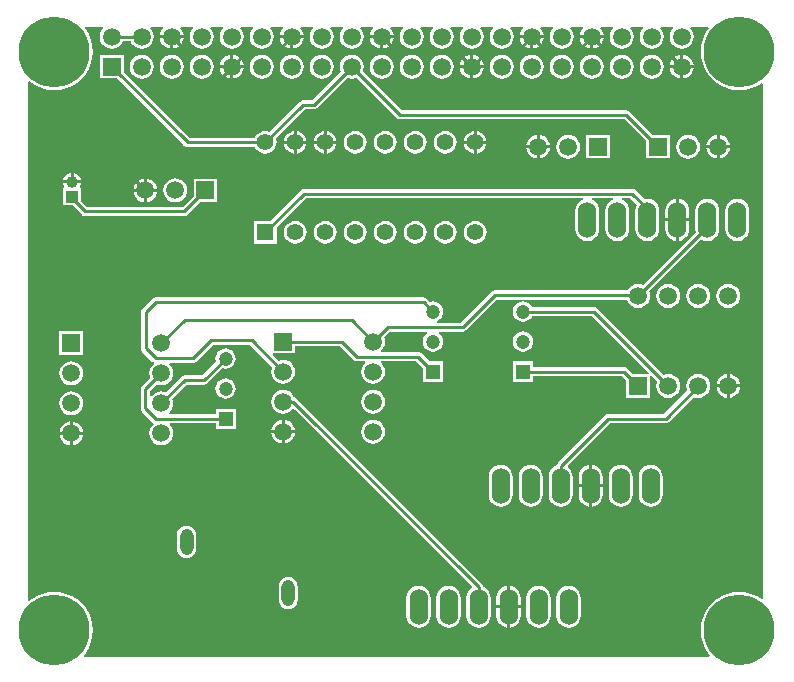
<source format=gbr>
G04 Layer_Physical_Order=2*
G04 Layer_Color=16711680*
%FSLAX45Y45*%
%MOMM*%
%TF.FileFunction,Copper,L2,Bot,Signal*%
%TF.Part,Single*%
G01*
G75*
%TA.AperFunction,Conductor*%
%ADD13C,0.25400*%
%TA.AperFunction,ComponentPad*%
%ADD14R,1.50000X1.50000*%
%ADD15C,1.50000*%
%TA.AperFunction,ViaPad*%
%ADD16C,6.00000*%
%TA.AperFunction,ComponentPad*%
%ADD17C,1.00000*%
%ADD18R,1.00000X1.00000*%
%ADD19C,1.40000*%
%ADD20R,1.40000X1.40000*%
%ADD21O,1.10800X2.21600*%
%ADD22O,1.52400X3.04800*%
%ADD23C,1.20000*%
%ADD24R,1.20000X1.20000*%
%ADD25R,1.50000X1.50000*%
G36*
X7543284Y7100466D02*
X7535932Y7091858D01*
X7509170Y7048187D01*
X7489569Y7000866D01*
X7477612Y6951063D01*
X7473594Y6900001D01*
X7477612Y6848940D01*
X7489569Y6799137D01*
X7509170Y6751816D01*
X7535932Y6708145D01*
X7569196Y6669197D01*
X7608143Y6635933D01*
X7651815Y6609171D01*
X7699135Y6589571D01*
X7748939Y6577614D01*
X7800000Y6573595D01*
X7851061Y6577614D01*
X7900865Y6589571D01*
X7948185Y6609171D01*
X7988300Y6633754D01*
X8001000Y6628557D01*
Y2271446D01*
X7988300Y2266248D01*
X7948185Y2290831D01*
X7900865Y2310432D01*
X7851061Y2322389D01*
X7800000Y2326407D01*
X7748939Y2322389D01*
X7699135Y2310432D01*
X7651815Y2290831D01*
X7608143Y2264069D01*
X7569196Y2230805D01*
X7535932Y2191858D01*
X7509170Y2148186D01*
X7489569Y2100866D01*
X7477612Y2051062D01*
X7473594Y2000001D01*
X7477612Y1948940D01*
X7489569Y1899136D01*
X7509170Y1851816D01*
X7535932Y1808144D01*
X7551827Y1789534D01*
X7546510Y1778000D01*
X2253491D01*
X2248174Y1789534D01*
X2264069Y1808144D01*
X2290831Y1851816D01*
X2310432Y1899136D01*
X2322389Y1948940D01*
X2326407Y2000001D01*
X2322389Y2051062D01*
X2310432Y2100866D01*
X2290831Y2148186D01*
X2264069Y2191858D01*
X2230805Y2230805D01*
X2191858Y2264069D01*
X2148186Y2290831D01*
X2100866Y2310432D01*
X2051062Y2322389D01*
X2000001Y2326407D01*
X1948940Y2322389D01*
X1899136Y2310432D01*
X1851816Y2290831D01*
X1808144Y2264069D01*
X1789534Y2248174D01*
X1778000Y2253491D01*
Y6646511D01*
X1789534Y6651829D01*
X1808144Y6635933D01*
X1851816Y6609171D01*
X1899136Y6589571D01*
X1948940Y6577614D01*
X2000001Y6573595D01*
X2051062Y6577614D01*
X2100866Y6589571D01*
X2148186Y6609171D01*
X2191858Y6635933D01*
X2230805Y6669197D01*
X2264069Y6708145D01*
X2290831Y6751816D01*
X2310432Y6799137D01*
X2322389Y6848940D01*
X2326407Y6900001D01*
X2322389Y6951063D01*
X2310432Y7000866D01*
X2290831Y7048187D01*
X2264069Y7091858D01*
X2256717Y7100466D01*
X2262034Y7112000D01*
X2413092D01*
X2417175Y7099974D01*
X2415394Y7098608D01*
X2399301Y7077635D01*
X2389185Y7053211D01*
X2385734Y7027001D01*
X2389185Y7000792D01*
X2399301Y6976368D01*
X2415394Y6955395D01*
X2436367Y6939302D01*
X2460791Y6929186D01*
X2487000Y6925735D01*
X2513210Y6929186D01*
X2537633Y6939302D01*
X2558607Y6955395D01*
X2574699Y6976368D01*
X2579582Y6988155D01*
X2648419D01*
X2653301Y6976368D01*
X2669394Y6955395D01*
X2690367Y6939302D01*
X2714791Y6929186D01*
X2741000Y6925735D01*
X2767210Y6929186D01*
X2791633Y6939302D01*
X2812607Y6955395D01*
X2828699Y6976368D01*
X2838816Y7000792D01*
X2842267Y7027001D01*
X2838816Y7053211D01*
X2828699Y7077635D01*
X2812607Y7098608D01*
X2810826Y7099974D01*
X2814908Y7112000D01*
X2921092D01*
X2925175Y7099974D01*
X2923394Y7098608D01*
X2907301Y7077635D01*
X2897185Y7053211D01*
X2895406Y7039701D01*
X3094595D01*
X3092816Y7053211D01*
X3082699Y7077635D01*
X3066607Y7098608D01*
X3064826Y7099974D01*
X3068908Y7112000D01*
X3175092D01*
X3179175Y7099974D01*
X3177394Y7098608D01*
X3161301Y7077635D01*
X3151185Y7053211D01*
X3147734Y7027001D01*
X3151185Y7000792D01*
X3161301Y6976368D01*
X3177394Y6955395D01*
X3198367Y6939302D01*
X3222791Y6929186D01*
X3249000Y6925735D01*
X3275210Y6929186D01*
X3299633Y6939302D01*
X3320607Y6955395D01*
X3336699Y6976368D01*
X3346816Y7000792D01*
X3350267Y7027001D01*
X3346816Y7053211D01*
X3336699Y7077635D01*
X3320607Y7098608D01*
X3318826Y7099974D01*
X3322908Y7112000D01*
X3429092D01*
X3433175Y7099974D01*
X3431394Y7098608D01*
X3415301Y7077635D01*
X3405185Y7053211D01*
X3401734Y7027001D01*
X3405185Y7000792D01*
X3415301Y6976368D01*
X3431394Y6955395D01*
X3452367Y6939302D01*
X3476791Y6929186D01*
X3503000Y6925735D01*
X3529210Y6929186D01*
X3553633Y6939302D01*
X3574607Y6955395D01*
X3590699Y6976368D01*
X3600816Y7000792D01*
X3604267Y7027001D01*
X3600816Y7053211D01*
X3590699Y7077635D01*
X3574607Y7098608D01*
X3572826Y7099974D01*
X3576908Y7112000D01*
X3683092D01*
X3687175Y7099974D01*
X3685394Y7098608D01*
X3669301Y7077635D01*
X3659185Y7053211D01*
X3655734Y7027001D01*
X3659185Y7000792D01*
X3669301Y6976368D01*
X3685394Y6955395D01*
X3706367Y6939302D01*
X3730791Y6929186D01*
X3757000Y6925735D01*
X3783210Y6929186D01*
X3807633Y6939302D01*
X3828607Y6955395D01*
X3844699Y6976368D01*
X3854816Y7000792D01*
X3858267Y7027001D01*
X3854816Y7053211D01*
X3844699Y7077635D01*
X3828607Y7098608D01*
X3826826Y7099974D01*
X3830908Y7112000D01*
X3937092D01*
X3941175Y7099974D01*
X3939394Y7098608D01*
X3923301Y7077635D01*
X3913185Y7053211D01*
X3911406Y7039701D01*
X4110595D01*
X4108816Y7053211D01*
X4098699Y7077635D01*
X4082607Y7098608D01*
X4080826Y7099974D01*
X4084908Y7112000D01*
X4191092D01*
X4195175Y7099974D01*
X4193394Y7098608D01*
X4177301Y7077635D01*
X4167185Y7053211D01*
X4163734Y7027001D01*
X4167185Y7000792D01*
X4177301Y6976368D01*
X4193394Y6955395D01*
X4214367Y6939302D01*
X4238791Y6929186D01*
X4265000Y6925735D01*
X4291210Y6929186D01*
X4315633Y6939302D01*
X4336607Y6955395D01*
X4352699Y6976368D01*
X4362816Y7000792D01*
X4366267Y7027001D01*
X4362816Y7053211D01*
X4352699Y7077635D01*
X4336607Y7098608D01*
X4334826Y7099974D01*
X4338908Y7112000D01*
X4445092D01*
X4449175Y7099974D01*
X4447394Y7098608D01*
X4431301Y7077635D01*
X4421185Y7053211D01*
X4417734Y7027001D01*
X4421185Y7000792D01*
X4431301Y6976368D01*
X4447394Y6955395D01*
X4468367Y6939302D01*
X4492791Y6929186D01*
X4519000Y6925735D01*
X4545210Y6929186D01*
X4569633Y6939302D01*
X4590607Y6955395D01*
X4606699Y6976368D01*
X4616816Y7000792D01*
X4620267Y7027001D01*
X4616816Y7053211D01*
X4606699Y7077635D01*
X4590607Y7098608D01*
X4588826Y7099974D01*
X4592908Y7112000D01*
X4699092D01*
X4703175Y7099974D01*
X4701394Y7098608D01*
X4685301Y7077635D01*
X4675185Y7053211D01*
X4673406Y7039701D01*
X4872595D01*
X4870816Y7053211D01*
X4860699Y7077635D01*
X4844607Y7098608D01*
X4842826Y7099974D01*
X4846908Y7112000D01*
X4953092D01*
X4957175Y7099974D01*
X4955394Y7098608D01*
X4939301Y7077635D01*
X4929185Y7053211D01*
X4925734Y7027001D01*
X4929185Y7000792D01*
X4939301Y6976368D01*
X4955394Y6955395D01*
X4976367Y6939302D01*
X5000791Y6929186D01*
X5027000Y6925735D01*
X5053210Y6929186D01*
X5077633Y6939302D01*
X5098607Y6955395D01*
X5114699Y6976368D01*
X5124816Y7000792D01*
X5128267Y7027001D01*
X5124816Y7053211D01*
X5114699Y7077635D01*
X5098607Y7098608D01*
X5096826Y7099974D01*
X5100908Y7112000D01*
X5207092D01*
X5211175Y7099974D01*
X5209394Y7098608D01*
X5193301Y7077635D01*
X5183185Y7053211D01*
X5179734Y7027001D01*
X5183185Y7000792D01*
X5193301Y6976368D01*
X5209394Y6955395D01*
X5230367Y6939302D01*
X5254791Y6929186D01*
X5281000Y6925735D01*
X5307210Y6929186D01*
X5331633Y6939302D01*
X5352607Y6955395D01*
X5368699Y6976368D01*
X5378816Y7000792D01*
X5382267Y7027001D01*
X5378816Y7053211D01*
X5368699Y7077635D01*
X5352607Y7098608D01*
X5350826Y7099974D01*
X5354908Y7112000D01*
X5461092D01*
X5465175Y7099974D01*
X5463394Y7098608D01*
X5447301Y7077635D01*
X5437185Y7053211D01*
X5433734Y7027001D01*
X5437185Y7000792D01*
X5447301Y6976368D01*
X5463394Y6955395D01*
X5484367Y6939302D01*
X5508791Y6929186D01*
X5535000Y6925735D01*
X5561210Y6929186D01*
X5585633Y6939302D01*
X5606607Y6955395D01*
X5622699Y6976368D01*
X5632816Y7000792D01*
X5636267Y7027001D01*
X5632816Y7053211D01*
X5622699Y7077635D01*
X5606607Y7098608D01*
X5604826Y7099974D01*
X5608908Y7112000D01*
X5715092D01*
X5719175Y7099974D01*
X5717394Y7098608D01*
X5701301Y7077635D01*
X5691185Y7053211D01*
X5687734Y7027001D01*
X5691185Y7000792D01*
X5701301Y6976368D01*
X5717394Y6955395D01*
X5738367Y6939302D01*
X5762791Y6929186D01*
X5789000Y6925735D01*
X5815210Y6929186D01*
X5839633Y6939302D01*
X5860607Y6955395D01*
X5876699Y6976368D01*
X5886816Y7000792D01*
X5890267Y7027001D01*
X5886816Y7053211D01*
X5876699Y7077635D01*
X5860607Y7098608D01*
X5858826Y7099974D01*
X5862908Y7112000D01*
X5969092D01*
X5973175Y7099974D01*
X5971394Y7098608D01*
X5955301Y7077635D01*
X5945185Y7053211D01*
X5943406Y7039701D01*
X6142595D01*
X6140816Y7053211D01*
X6130699Y7077635D01*
X6114607Y7098608D01*
X6112826Y7099974D01*
X6116908Y7112000D01*
X6223092D01*
X6227175Y7099974D01*
X6225394Y7098608D01*
X6209301Y7077635D01*
X6199185Y7053211D01*
X6195734Y7027001D01*
X6199185Y7000792D01*
X6209301Y6976368D01*
X6225394Y6955395D01*
X6246367Y6939302D01*
X6270791Y6929186D01*
X6297000Y6925735D01*
X6323210Y6929186D01*
X6347633Y6939302D01*
X6368607Y6955395D01*
X6384699Y6976368D01*
X6394816Y7000792D01*
X6398267Y7027001D01*
X6394816Y7053211D01*
X6384699Y7077635D01*
X6368607Y7098608D01*
X6366826Y7099974D01*
X6370908Y7112000D01*
X6477092D01*
X6481175Y7099974D01*
X6479394Y7098608D01*
X6463301Y7077635D01*
X6453185Y7053211D01*
X6451406Y7039701D01*
X6650595D01*
X6648816Y7053211D01*
X6638699Y7077635D01*
X6622607Y7098608D01*
X6620826Y7099974D01*
X6624908Y7112000D01*
X6731092D01*
X6735175Y7099974D01*
X6733394Y7098608D01*
X6717301Y7077635D01*
X6707185Y7053211D01*
X6703734Y7027001D01*
X6707185Y7000792D01*
X6717301Y6976368D01*
X6733394Y6955395D01*
X6754367Y6939302D01*
X6778791Y6929186D01*
X6805000Y6925735D01*
X6831210Y6929186D01*
X6855633Y6939302D01*
X6876607Y6955395D01*
X6892699Y6976368D01*
X6902816Y7000792D01*
X6906267Y7027001D01*
X6902816Y7053211D01*
X6892699Y7077635D01*
X6876607Y7098608D01*
X6874826Y7099974D01*
X6878908Y7112000D01*
X6985092D01*
X6989175Y7099974D01*
X6987394Y7098608D01*
X6971301Y7077635D01*
X6961185Y7053211D01*
X6957734Y7027001D01*
X6961185Y7000792D01*
X6971301Y6976368D01*
X6987394Y6955395D01*
X7008367Y6939302D01*
X7032791Y6929186D01*
X7059000Y6925735D01*
X7085210Y6929186D01*
X7109633Y6939302D01*
X7130607Y6955395D01*
X7146699Y6976368D01*
X7156816Y7000792D01*
X7160267Y7027001D01*
X7156816Y7053211D01*
X7146699Y7077635D01*
X7130607Y7098608D01*
X7128826Y7099974D01*
X7132908Y7112000D01*
X7239092D01*
X7243175Y7099974D01*
X7241394Y7098608D01*
X7225301Y7077635D01*
X7215185Y7053211D01*
X7211734Y7027001D01*
X7215185Y7000792D01*
X7225301Y6976368D01*
X7241394Y6955395D01*
X7262367Y6939302D01*
X7286791Y6929186D01*
X7313000Y6925735D01*
X7339210Y6929186D01*
X7363633Y6939302D01*
X7384607Y6955395D01*
X7400699Y6976368D01*
X7410816Y7000792D01*
X7414267Y7027001D01*
X7410816Y7053211D01*
X7400699Y7077635D01*
X7384607Y7098608D01*
X7382826Y7099974D01*
X7386908Y7112000D01*
X7537967D01*
X7543284Y7100466D01*
D02*
G37*
%LPC*%
G36*
X4294002Y5465224D02*
X4269098Y5461946D01*
X4245890Y5452333D01*
X4225962Y5437041D01*
X4210671Y5417113D01*
X4201058Y5393906D01*
X4197779Y5369001D01*
X4201058Y5344097D01*
X4210671Y5320890D01*
X4225962Y5300961D01*
X4245890Y5285670D01*
X4269098Y5276057D01*
X4294002Y5272778D01*
X4318907Y5276057D01*
X4342114Y5285670D01*
X4362042Y5300961D01*
X4377334Y5320890D01*
X4386947Y5344097D01*
X4390225Y5369001D01*
X4386947Y5393906D01*
X4377334Y5417113D01*
X4362042Y5437041D01*
X4342114Y5452333D01*
X4318907Y5461946D01*
X4294002Y5465224D01*
D02*
G37*
G36*
X4040002D02*
X4015098Y5461946D01*
X3991890Y5452333D01*
X3971962Y5437041D01*
X3956671Y5417113D01*
X3947058Y5393906D01*
X3943779Y5369001D01*
X3947058Y5344097D01*
X3956671Y5320890D01*
X3971962Y5300961D01*
X3991890Y5285670D01*
X4015098Y5276057D01*
X4040002Y5272778D01*
X4064907Y5276057D01*
X4088114Y5285670D01*
X4108042Y5300961D01*
X4123334Y5320890D01*
X4132947Y5344097D01*
X4136225Y5369001D01*
X4132947Y5393906D01*
X4123334Y5417113D01*
X4108042Y5437041D01*
X4088114Y5452333D01*
X4064907Y5461946D01*
X4040002Y5465224D01*
D02*
G37*
G36*
X7705999Y4932265D02*
X7679790Y4928814D01*
X7655366Y4918698D01*
X7634393Y4902605D01*
X7618300Y4881632D01*
X7608184Y4857208D01*
X7604733Y4830999D01*
X7608184Y4804789D01*
X7618300Y4780366D01*
X7634393Y4759393D01*
X7655366Y4743300D01*
X7679790Y4733183D01*
X7705999Y4729732D01*
X7732209Y4733183D01*
X7756632Y4743300D01*
X7777605Y4759393D01*
X7793698Y4780366D01*
X7803815Y4804789D01*
X7807266Y4830999D01*
X7803815Y4857208D01*
X7793698Y4881632D01*
X7777605Y4902605D01*
X7756632Y4918698D01*
X7732209Y4928814D01*
X7705999Y4932265D01*
D02*
G37*
G36*
X5056002Y5465224D02*
X5031098Y5461946D01*
X5007890Y5452333D01*
X4987962Y5437041D01*
X4972671Y5417113D01*
X4963058Y5393906D01*
X4959779Y5369001D01*
X4963058Y5344097D01*
X4972671Y5320890D01*
X4987962Y5300961D01*
X5007890Y5285670D01*
X5031098Y5276057D01*
X5056002Y5272778D01*
X5080907Y5276057D01*
X5104114Y5285670D01*
X5124042Y5300961D01*
X5139334Y5320890D01*
X5148947Y5344097D01*
X5152225Y5369001D01*
X5148947Y5393906D01*
X5139334Y5417113D01*
X5124042Y5437041D01*
X5104114Y5452333D01*
X5080907Y5461946D01*
X5056002Y5465224D01*
D02*
G37*
G36*
X5310002D02*
X5285098Y5461946D01*
X5261890Y5452333D01*
X5241962Y5437041D01*
X5226671Y5417113D01*
X5217058Y5393906D01*
X5213779Y5369001D01*
X5217058Y5344097D01*
X5226671Y5320890D01*
X5241962Y5300961D01*
X5261890Y5285670D01*
X5285098Y5276057D01*
X5310002Y5272778D01*
X5334907Y5276057D01*
X5358114Y5285670D01*
X5378042Y5300961D01*
X5393334Y5320890D01*
X5402947Y5344097D01*
X5406225Y5369001D01*
X5402947Y5393906D01*
X5393334Y5417113D01*
X5378042Y5437041D01*
X5358114Y5452333D01*
X5334907Y5461946D01*
X5310002Y5465224D01*
D02*
G37*
G36*
X4548002D02*
X4523098Y5461946D01*
X4499890Y5452333D01*
X4479962Y5437041D01*
X4464671Y5417113D01*
X4455058Y5393906D01*
X4451779Y5369001D01*
X4455058Y5344097D01*
X4464671Y5320890D01*
X4479962Y5300961D01*
X4499890Y5285670D01*
X4523098Y5276057D01*
X4548002Y5272778D01*
X4572907Y5276057D01*
X4596114Y5285670D01*
X4616042Y5300961D01*
X4631334Y5320890D01*
X4640947Y5344097D01*
X4644225Y5369001D01*
X4640947Y5393906D01*
X4631334Y5417113D01*
X4616042Y5437041D01*
X4596114Y5452333D01*
X4572907Y5461946D01*
X4548002Y5465224D01*
D02*
G37*
G36*
X4802002D02*
X4777098Y5461946D01*
X4753890Y5452333D01*
X4733962Y5437041D01*
X4718671Y5417113D01*
X4709058Y5393906D01*
X4705779Y5369001D01*
X4709058Y5344097D01*
X4718671Y5320890D01*
X4733962Y5300961D01*
X4753890Y5285670D01*
X4777098Y5276057D01*
X4802002Y5272778D01*
X4826907Y5276057D01*
X4850114Y5285670D01*
X4870042Y5300961D01*
X4885334Y5320890D01*
X4894947Y5344097D01*
X4898225Y5369001D01*
X4894947Y5393906D01*
X4885334Y5417113D01*
X4870042Y5437041D01*
X4850114Y5452333D01*
X4826907Y5461946D01*
X4802002Y5465224D01*
D02*
G37*
G36*
X7451999Y4932265D02*
X7425790Y4928814D01*
X7401366Y4918698D01*
X7380393Y4902605D01*
X7364300Y4881632D01*
X7354184Y4857208D01*
X7350733Y4830999D01*
X7354184Y4804789D01*
X7364300Y4780366D01*
X7380393Y4759393D01*
X7401366Y4743300D01*
X7425790Y4733183D01*
X7451999Y4729732D01*
X7478209Y4733183D01*
X7502632Y4743300D01*
X7523605Y4759393D01*
X7539698Y4780366D01*
X7549815Y4804789D01*
X7553266Y4830999D01*
X7549815Y4857208D01*
X7539698Y4881632D01*
X7523605Y4902605D01*
X7502632Y4918698D01*
X7478209Y4928814D01*
X7451999Y4932265D01*
D02*
G37*
G36*
X7693299Y4168593D02*
X7679790Y4166814D01*
X7655366Y4156698D01*
X7634393Y4140605D01*
X7618300Y4119632D01*
X7608184Y4095208D01*
X7606405Y4081699D01*
X7693299D01*
Y4168593D01*
D02*
G37*
G36*
X7718699D02*
Y4081699D01*
X7805593D01*
X7803815Y4095208D01*
X7793698Y4119632D01*
X7777605Y4140605D01*
X7756632Y4156698D01*
X7732209Y4166814D01*
X7718699Y4168593D01*
D02*
G37*
G36*
X7805593Y4056299D02*
X7718699D01*
Y3969405D01*
X7732209Y3971183D01*
X7756632Y3981300D01*
X7777605Y3997393D01*
X7793698Y4018366D01*
X7803815Y4042789D01*
X7805593Y4056299D01*
D02*
G37*
G36*
X2143999Y4278266D02*
X2117789Y4274815D01*
X2093366Y4264699D01*
X2072393Y4248606D01*
X2056300Y4227633D01*
X2046183Y4203209D01*
X2042733Y4177000D01*
X2046183Y4150790D01*
X2056300Y4126366D01*
X2072393Y4105393D01*
X2093366Y4089300D01*
X2117789Y4079184D01*
X2143999Y4075733D01*
X2170209Y4079184D01*
X2194632Y4089300D01*
X2215605Y4105393D01*
X2231698Y4126366D01*
X2241814Y4150790D01*
X2245265Y4177000D01*
X2241814Y4203209D01*
X2231698Y4227633D01*
X2215605Y4248606D01*
X2194632Y4264699D01*
X2170209Y4274815D01*
X2143999Y4278266D01*
D02*
G37*
G36*
X5969000Y4531137D02*
X5946706Y4528202D01*
X5925932Y4519596D01*
X5908092Y4505908D01*
X5894404Y4488068D01*
X5885798Y4467294D01*
X5882863Y4445000D01*
X5885798Y4422706D01*
X5894404Y4401932D01*
X5908092Y4384092D01*
X5925932Y4370404D01*
X5946706Y4361798D01*
X5969000Y4358863D01*
X5991294Y4361798D01*
X6012068Y4370404D01*
X6029908Y4384092D01*
X6043596Y4401932D01*
X6052202Y4422706D01*
X6055137Y4445000D01*
X6052202Y4467294D01*
X6043596Y4488068D01*
X6029908Y4505908D01*
X6012068Y4519596D01*
X5991294Y4528202D01*
X5969000Y4531137D01*
D02*
G37*
G36*
X7197999Y4932265D02*
X7171790Y4928814D01*
X7147366Y4918698D01*
X7126393Y4902605D01*
X7110300Y4881632D01*
X7100184Y4857208D01*
X7096733Y4830999D01*
X7100184Y4804789D01*
X7110300Y4780366D01*
X7126393Y4759393D01*
X7147366Y4743300D01*
X7171790Y4733183D01*
X7197999Y4729732D01*
X7224209Y4733183D01*
X7248632Y4743300D01*
X7269605Y4759393D01*
X7285698Y4780366D01*
X7295815Y4804789D01*
X7299266Y4830999D01*
X7295815Y4857208D01*
X7285698Y4881632D01*
X7269605Y4902605D01*
X7248632Y4918698D01*
X7224209Y4928814D01*
X7197999Y4932265D01*
D02*
G37*
G36*
X5969000Y4785137D02*
X5946706Y4782202D01*
X5925932Y4773596D01*
X5908092Y4759908D01*
X5894404Y4742068D01*
X5885798Y4721294D01*
X5882863Y4699000D01*
X5885798Y4676706D01*
X5894404Y4655932D01*
X5908092Y4638092D01*
X5925932Y4624404D01*
X5946706Y4615798D01*
X5969000Y4612863D01*
X5991294Y4615798D01*
X6012068Y4624404D01*
X6029908Y4638092D01*
X6043596Y4655932D01*
X6045345Y4660153D01*
X6551907D01*
X7030929Y4181132D01*
X7026069Y4169399D01*
X6898537D01*
X6849467Y4218469D01*
X6836864Y4226889D01*
X6821998Y4229847D01*
X6054400D01*
Y4276400D01*
X5883600D01*
Y4105600D01*
X6054400D01*
Y4152153D01*
X6805907D01*
X6843599Y4114461D01*
Y3968599D01*
X7044399D01*
Y4151068D01*
X7056132Y4155928D01*
X7105066Y4106995D01*
X7100184Y4095208D01*
X7096733Y4068999D01*
X7100184Y4042789D01*
X7110300Y4018366D01*
X7126393Y3997393D01*
X7147366Y3981300D01*
X7171790Y3971183D01*
X7197999Y3967732D01*
X7224209Y3971183D01*
X7248632Y3981300D01*
X7269605Y3997393D01*
X7285698Y4018366D01*
X7295815Y4042789D01*
X7299266Y4068999D01*
X7295815Y4095208D01*
X7285698Y4119632D01*
X7269605Y4140605D01*
X7248632Y4156698D01*
X7224209Y4166814D01*
X7197999Y4170265D01*
X7171790Y4166814D01*
X7160003Y4161932D01*
X6595467Y4726469D01*
X6582864Y4734889D01*
X6567998Y4737847D01*
X6045345D01*
X6043596Y4742068D01*
X6029908Y4759908D01*
X6012068Y4773596D01*
X5991294Y4782202D01*
X5969000Y4785137D01*
D02*
G37*
G36*
X2244399Y4531399D02*
X2043599D01*
Y4330600D01*
X2244399D01*
Y4531399D01*
D02*
G37*
G36*
X2758298Y5712303D02*
X2671404D01*
X2673182Y5698793D01*
X2683299Y5674369D01*
X2699392Y5653396D01*
X2720365Y5637303D01*
X2744788Y5627187D01*
X2758298Y5625408D01*
Y5712303D01*
D02*
G37*
G36*
X2870592D02*
X2783698D01*
Y5625408D01*
X2797208Y5627187D01*
X2821631Y5637303D01*
X2842604Y5653396D01*
X2858697Y5674369D01*
X2868813Y5698793D01*
X2870592Y5712303D01*
D02*
G37*
G36*
X3379398Y5825402D02*
X3178598D01*
Y5679540D01*
X3085265Y5586207D01*
X2276691D01*
X2225398Y5637499D01*
Y5748398D01*
X2219801D01*
X2214184Y5759789D01*
X2215860Y5761973D01*
X2223458Y5780315D01*
X2224377Y5787299D01*
X2149998D01*
X2075619D01*
X2076539Y5780315D01*
X2084137Y5761973D01*
X2085813Y5759789D01*
X2080195Y5748398D01*
X2074598D01*
Y5597599D01*
X2155424D01*
X2233131Y5519891D01*
X2245734Y5511471D01*
X2260600Y5508513D01*
X3101355D01*
X3116221Y5511471D01*
X3128824Y5519891D01*
X3233535Y5624603D01*
X3379398D01*
Y5825402D01*
D02*
G37*
G36*
X3024998Y5826269D02*
X2998788Y5822818D01*
X2974365Y5812702D01*
X2953392Y5796609D01*
X2937299Y5775636D01*
X2927182Y5751212D01*
X2923732Y5725003D01*
X2927182Y5698793D01*
X2937299Y5674369D01*
X2953392Y5653396D01*
X2974365Y5637303D01*
X2998788Y5627187D01*
X3024998Y5623736D01*
X3051208Y5627187D01*
X3075631Y5637303D01*
X3096604Y5653396D01*
X3112697Y5674369D01*
X3122813Y5698793D01*
X3126264Y5725003D01*
X3122813Y5751212D01*
X3112697Y5775636D01*
X3096604Y5796609D01*
X3075631Y5812702D01*
X3051208Y5822818D01*
X3024998Y5826269D01*
D02*
G37*
G36*
X2137298Y5874377D02*
X2130315Y5873458D01*
X2111973Y5865860D01*
X2096222Y5853774D01*
X2084137Y5838024D01*
X2076539Y5819682D01*
X2075619Y5812699D01*
X2137298D01*
Y5874377D01*
D02*
G37*
G36*
X2162698D02*
Y5812699D01*
X2224377D01*
X2223458Y5819682D01*
X2215860Y5838024D01*
X2203774Y5853774D01*
X2188024Y5865860D01*
X2169682Y5873458D01*
X2162698Y5874377D01*
D02*
G37*
G36*
X2758298Y5824597D02*
X2744788Y5822818D01*
X2720365Y5812702D01*
X2699392Y5796609D01*
X2683299Y5775636D01*
X2673182Y5751212D01*
X2671404Y5737703D01*
X2758298D01*
Y5824597D01*
D02*
G37*
G36*
X2783698D02*
Y5737703D01*
X2870592D01*
X2868813Y5751212D01*
X2858697Y5775636D01*
X2842604Y5796609D01*
X2821631Y5812702D01*
X2797208Y5822818D01*
X2783698Y5824597D01*
D02*
G37*
G36*
X7529002Y5653677D02*
X7502479Y5650186D01*
X7477764Y5639948D01*
X7456540Y5623663D01*
X7440254Y5602439D01*
X7430017Y5577723D01*
X7426525Y5551200D01*
Y5398800D01*
X7430017Y5372278D01*
X7430112Y5372048D01*
X6981996Y4923932D01*
X6970209Y4928814D01*
X6943999Y4932265D01*
X6917790Y4928814D01*
X6893366Y4918698D01*
X6872393Y4902605D01*
X6856300Y4881632D01*
X6854608Y4877547D01*
X5727700D01*
X5712834Y4874589D01*
X5700231Y4866169D01*
X5439829Y4605767D01*
X5238262D01*
X5235736Y4618467D01*
X5250068Y4624404D01*
X5267908Y4638092D01*
X5281596Y4655932D01*
X5290202Y4676706D01*
X5293137Y4699000D01*
X5290202Y4721294D01*
X5281596Y4742068D01*
X5267908Y4759908D01*
X5250068Y4773596D01*
X5229294Y4782202D01*
X5207000Y4785137D01*
X5184706Y4782202D01*
X5180484Y4780453D01*
X5153189Y4807749D01*
X5140586Y4816169D01*
X5125720Y4819127D01*
X2857500D01*
X2842634Y4816169D01*
X2830031Y4807749D01*
X2746211Y4723929D01*
X2737791Y4711326D01*
X2734833Y4696460D01*
Y4386580D01*
X2737791Y4371714D01*
X2746211Y4359111D01*
X2830031Y4275291D01*
X2839801Y4268764D01*
X2841930Y4258270D01*
X2841591Y4254129D01*
X2834393Y4248606D01*
X2818300Y4227633D01*
X2808183Y4203209D01*
X2804733Y4177000D01*
X2808183Y4150790D01*
X2813065Y4139003D01*
X2743671Y4069609D01*
X2735251Y4057007D01*
X2732293Y4042141D01*
Y3878362D01*
X2735251Y3863496D01*
X2743671Y3850893D01*
X2830031Y3764533D01*
X2837879Y3759289D01*
X2839756Y3744721D01*
X2834393Y3740606D01*
X2818300Y3719633D01*
X2808183Y3695209D01*
X2804733Y3669000D01*
X2808183Y3642790D01*
X2818300Y3618366D01*
X2834393Y3597393D01*
X2855366Y3581300D01*
X2879789Y3571184D01*
X2905999Y3567733D01*
X2932209Y3571184D01*
X2956632Y3581300D01*
X2977605Y3597393D01*
X2993698Y3618366D01*
X3003814Y3642790D01*
X3007265Y3669000D01*
X3003814Y3695209D01*
X2993698Y3719633D01*
X2977720Y3740455D01*
X2978335Y3745290D01*
X2981005Y3753155D01*
X3364601D01*
Y3706602D01*
X3535401D01*
Y3877401D01*
X3364601D01*
Y3830848D01*
X2971692D01*
X2967381Y3843548D01*
X2977605Y3851393D01*
X2993698Y3872366D01*
X3003814Y3896790D01*
X3007265Y3923000D01*
X3003814Y3949209D01*
X2998932Y3960996D01*
X3118970Y4081033D01*
X3269879D01*
X3284745Y4083991D01*
X3297348Y4092411D01*
X3423485Y4218549D01*
X3427707Y4216800D01*
X3450001Y4213865D01*
X3472295Y4216800D01*
X3493069Y4225405D01*
X3510909Y4239094D01*
X3524597Y4256933D01*
X3533202Y4277708D01*
X3536137Y4300002D01*
X3533202Y4322295D01*
X3524597Y4343070D01*
X3510909Y4360909D01*
X3493069Y4374598D01*
X3472295Y4383203D01*
X3450001Y4386138D01*
X3427707Y4383203D01*
X3406932Y4374598D01*
X3389093Y4360909D01*
X3375404Y4343070D01*
X3366799Y4322295D01*
X3363864Y4300002D01*
X3366799Y4277708D01*
X3368548Y4273486D01*
X3253789Y4158727D01*
X3102879D01*
X3088013Y4155769D01*
X3075411Y4147349D01*
X2943995Y4015933D01*
X2932209Y4020815D01*
X2905999Y4024266D01*
X2879789Y4020815D01*
X2855366Y4010699D01*
X2834393Y3994606D01*
X2822687Y3979350D01*
X2809987Y3983661D01*
Y4026050D01*
X2868003Y4084066D01*
X2879789Y4079184D01*
X2905999Y4075733D01*
X2932209Y4079184D01*
X2956632Y4089300D01*
X2977605Y4105393D01*
X2993698Y4126366D01*
X3003814Y4150790D01*
X3007265Y4177000D01*
X3003814Y4203209D01*
X2993698Y4227633D01*
X2977605Y4248606D01*
X2973328Y4251887D01*
X2977410Y4263913D01*
X3169920D01*
X3184786Y4266871D01*
X3197389Y4275291D01*
X3340951Y4418853D01*
X3654209D01*
X3844066Y4228996D01*
X3839184Y4217210D01*
X3835734Y4191000D01*
X3839184Y4164790D01*
X3849301Y4140367D01*
X3865394Y4119394D01*
X3886367Y4103301D01*
X3910790Y4093184D01*
X3937000Y4089734D01*
X3963210Y4093184D01*
X3987633Y4103301D01*
X4008606Y4119394D01*
X4024699Y4140367D01*
X4034816Y4164790D01*
X4038266Y4191000D01*
X4034816Y4217210D01*
X4024699Y4241633D01*
X4008606Y4262606D01*
X3987633Y4278699D01*
X3963210Y4288816D01*
X3937000Y4292266D01*
X3910790Y4288816D01*
X3899004Y4283934D01*
X3850070Y4332867D01*
X3854931Y4344600D01*
X4037400D01*
Y4406153D01*
X4416209D01*
X4531831Y4290531D01*
X4544434Y4282111D01*
X4559300Y4279153D01*
X4628097D01*
X4632408Y4266453D01*
X4627394Y4262606D01*
X4611301Y4241633D01*
X4601184Y4217210D01*
X4597734Y4191000D01*
X4601184Y4164790D01*
X4611301Y4140367D01*
X4627394Y4119394D01*
X4648367Y4103301D01*
X4672790Y4093184D01*
X4699000Y4089734D01*
X4725210Y4093184D01*
X4749633Y4103301D01*
X4770606Y4119394D01*
X4786699Y4140367D01*
X4796816Y4164790D01*
X4800266Y4191000D01*
X4796816Y4217210D01*
X4786699Y4241633D01*
X4770606Y4262606D01*
X4765592Y4266453D01*
X4769903Y4279153D01*
X5063909D01*
X5121600Y4221463D01*
Y4105600D01*
X5292400D01*
Y4276400D01*
X5176537D01*
X5107469Y4345469D01*
X5094866Y4353889D01*
X5080000Y4356847D01*
X4769903D01*
X4765592Y4369547D01*
X4770606Y4373394D01*
X4786699Y4394367D01*
X4796816Y4418790D01*
X4800266Y4445000D01*
X4796816Y4471210D01*
X4791934Y4482996D01*
X4837011Y4528073D01*
X5154117D01*
X5158428Y4515373D01*
X5146092Y4505908D01*
X5132404Y4488068D01*
X5123798Y4467294D01*
X5120863Y4445000D01*
X5123798Y4422706D01*
X5132404Y4401932D01*
X5146092Y4384092D01*
X5163932Y4370404D01*
X5184706Y4361798D01*
X5207000Y4358863D01*
X5229294Y4361798D01*
X5250068Y4370404D01*
X5267908Y4384092D01*
X5281596Y4401932D01*
X5290202Y4422706D01*
X5293137Y4445000D01*
X5290202Y4467294D01*
X5281596Y4488068D01*
X5267908Y4505908D01*
X5255572Y4515373D01*
X5259883Y4528073D01*
X5455920D01*
X5470786Y4531031D01*
X5483389Y4539451D01*
X5743791Y4799853D01*
X6848228D01*
X6856300Y4780366D01*
X6872393Y4759393D01*
X6893366Y4743300D01*
X6917790Y4733183D01*
X6943999Y4729732D01*
X6970209Y4733183D01*
X6994632Y4743300D01*
X7015605Y4759393D01*
X7031698Y4780366D01*
X7041815Y4804789D01*
X7045266Y4830999D01*
X7041815Y4857208D01*
X7036933Y4868995D01*
X7477924Y5309986D01*
X7502479Y5299815D01*
X7529002Y5296324D01*
X7555525Y5299815D01*
X7580240Y5310053D01*
X7601464Y5326338D01*
X7617750Y5347562D01*
X7627987Y5372278D01*
X7631479Y5398800D01*
Y5551200D01*
X7627987Y5577723D01*
X7617750Y5602439D01*
X7601464Y5623663D01*
X7580240Y5639948D01*
X7555525Y5650186D01*
X7529002Y5653677D01*
D02*
G37*
G36*
X7783002D02*
X7756479Y5650186D01*
X7731764Y5639948D01*
X7710540Y5623663D01*
X7694254Y5602439D01*
X7684017Y5577723D01*
X7680525Y5551200D01*
Y5398800D01*
X7684017Y5372278D01*
X7694254Y5347562D01*
X7710540Y5326338D01*
X7731764Y5310053D01*
X7756479Y5299815D01*
X7783002Y5296324D01*
X7809525Y5299815D01*
X7834240Y5310053D01*
X7855464Y5326338D01*
X7871750Y5347562D01*
X7881987Y5372278D01*
X7885479Y5398800D01*
Y5551200D01*
X7881987Y5577723D01*
X7871750Y5602439D01*
X7855464Y5623663D01*
X7834240Y5639948D01*
X7809525Y5650186D01*
X7783002Y5653677D01*
D02*
G37*
G36*
X5564002Y5465224D02*
X5539098Y5461946D01*
X5515890Y5452333D01*
X5495962Y5437041D01*
X5480671Y5417113D01*
X5471058Y5393906D01*
X5467779Y5369001D01*
X5471058Y5344097D01*
X5480671Y5320890D01*
X5495962Y5300961D01*
X5515890Y5285670D01*
X5539098Y5276057D01*
X5564002Y5272778D01*
X5588907Y5276057D01*
X5612114Y5285670D01*
X5632042Y5300961D01*
X5647334Y5320890D01*
X5656947Y5344097D01*
X5660225Y5369001D01*
X5656947Y5393906D01*
X5647334Y5417113D01*
X5632042Y5437041D01*
X5612114Y5452333D01*
X5588907Y5461946D01*
X5564002Y5465224D01*
D02*
G37*
G36*
X6893560Y5736067D02*
X4114221D01*
X4099355Y5733109D01*
X4086752Y5724689D01*
X3826465Y5464401D01*
X3690602D01*
Y5273601D01*
X3881402D01*
Y5409464D01*
X4130312Y5658373D01*
X6473060D01*
X6475586Y5645673D01*
X6461764Y5639948D01*
X6440540Y5623663D01*
X6424254Y5602439D01*
X6414017Y5577723D01*
X6410525Y5551200D01*
Y5398800D01*
X6414017Y5372278D01*
X6424254Y5347562D01*
X6440540Y5326338D01*
X6461764Y5310053D01*
X6486479Y5299815D01*
X6513002Y5296324D01*
X6539525Y5299815D01*
X6564240Y5310053D01*
X6585464Y5326338D01*
X6601750Y5347562D01*
X6611987Y5372278D01*
X6615479Y5398800D01*
Y5551200D01*
X6611987Y5577723D01*
X6601750Y5602439D01*
X6585464Y5623663D01*
X6564240Y5639948D01*
X6550418Y5645673D01*
X6552944Y5658373D01*
X6727060D01*
X6729586Y5645673D01*
X6715764Y5639948D01*
X6694540Y5623663D01*
X6678254Y5602439D01*
X6668017Y5577723D01*
X6664525Y5551200D01*
Y5398800D01*
X6668017Y5372278D01*
X6678254Y5347562D01*
X6694540Y5326338D01*
X6715764Y5310053D01*
X6740479Y5299815D01*
X6767002Y5296324D01*
X6793525Y5299815D01*
X6818240Y5310053D01*
X6839464Y5326338D01*
X6855750Y5347562D01*
X6865987Y5372278D01*
X6869479Y5398800D01*
Y5551200D01*
X6865987Y5577723D01*
X6855750Y5602439D01*
X6839464Y5623663D01*
X6818240Y5639948D01*
X6804418Y5645673D01*
X6806944Y5658373D01*
X6877469D01*
X6932753Y5603089D01*
X6932254Y5602439D01*
X6922017Y5577723D01*
X6918525Y5551200D01*
Y5398800D01*
X6922017Y5372278D01*
X6932254Y5347562D01*
X6948540Y5326338D01*
X6969764Y5310053D01*
X6994479Y5299815D01*
X7021002Y5296324D01*
X7047525Y5299815D01*
X7072240Y5310053D01*
X7093464Y5326338D01*
X7109750Y5347562D01*
X7119987Y5372278D01*
X7123479Y5398800D01*
Y5551200D01*
X7119987Y5577723D01*
X7109750Y5602439D01*
X7093464Y5623663D01*
X7072240Y5639948D01*
X7047525Y5650186D01*
X7021002Y5653677D01*
X6995409Y5650308D01*
X6921029Y5724689D01*
X6908426Y5733109D01*
X6893560Y5736067D01*
D02*
G37*
G36*
X7262302Y5652005D02*
X7248479Y5650186D01*
X7223764Y5639948D01*
X7202540Y5623663D01*
X7186254Y5602439D01*
X7176017Y5577723D01*
X7172525Y5551200D01*
Y5487700D01*
X7262302D01*
Y5652005D01*
D02*
G37*
G36*
X7287702D02*
Y5487700D01*
X7377479D01*
Y5551200D01*
X7373987Y5577723D01*
X7363750Y5602439D01*
X7347464Y5623663D01*
X7326240Y5639948D01*
X7301525Y5650186D01*
X7287702Y5652005D01*
D02*
G37*
G36*
X7262302Y5462300D02*
X7172525D01*
Y5398800D01*
X7176017Y5372278D01*
X7186254Y5347562D01*
X7202540Y5326338D01*
X7223764Y5310053D01*
X7248479Y5299815D01*
X7262302Y5297995D01*
Y5462300D01*
D02*
G37*
G36*
X7377479D02*
X7287702D01*
Y5297995D01*
X7301525Y5299815D01*
X7326240Y5310053D01*
X7347464Y5326338D01*
X7363750Y5347562D01*
X7373987Y5372278D01*
X7377479Y5398800D01*
Y5462300D01*
D02*
G37*
G36*
X7693299Y4056299D02*
X7606405D01*
X7608184Y4042789D01*
X7618300Y4018366D01*
X7634393Y3997393D01*
X7655366Y3981300D01*
X7679790Y3971183D01*
X7693299Y3969405D01*
Y4056299D01*
D02*
G37*
G36*
X3119999Y2886899D02*
X3098906Y2884122D01*
X3079250Y2875981D01*
X3062372Y2863029D01*
X3049420Y2846151D01*
X3041279Y2826495D01*
X3038502Y2805402D01*
Y2694602D01*
X3041279Y2673509D01*
X3049420Y2653853D01*
X3062372Y2636975D01*
X3079250Y2624023D01*
X3098906Y2615882D01*
X3119999Y2613105D01*
X3141092Y2615882D01*
X3160748Y2624023D01*
X3177626Y2636975D01*
X3190578Y2653853D01*
X3198719Y2673509D01*
X3201496Y2694602D01*
Y2805402D01*
X3198719Y2826495D01*
X3190578Y2846151D01*
X3177626Y2863029D01*
X3160748Y2875981D01*
X3141092Y2884122D01*
X3119999Y2886899D01*
D02*
G37*
G36*
X5779999Y3403679D02*
X5753476Y3400188D01*
X5728760Y3389950D01*
X5707536Y3373665D01*
X5691251Y3352441D01*
X5681014Y3327725D01*
X5677522Y3301202D01*
Y3148802D01*
X5681014Y3122280D01*
X5691251Y3097564D01*
X5707536Y3076340D01*
X5728760Y3060055D01*
X5753476Y3049817D01*
X5779999Y3046326D01*
X5806522Y3049817D01*
X5831237Y3060055D01*
X5852461Y3076340D01*
X5868746Y3097564D01*
X5878984Y3122280D01*
X5882475Y3148802D01*
Y3301202D01*
X5878984Y3327725D01*
X5868746Y3352441D01*
X5852461Y3373665D01*
X5831237Y3389950D01*
X5806522Y3400188D01*
X5779999Y3403679D01*
D02*
G37*
G36*
X5833298Y2377006D02*
X5819475Y2375186D01*
X5794760Y2364948D01*
X5773536Y2348663D01*
X5757250Y2327439D01*
X5747013Y2302724D01*
X5743521Y2276201D01*
Y2212701D01*
X5833298D01*
Y2377006D01*
D02*
G37*
G36*
X5858698D02*
Y2212701D01*
X5948475D01*
Y2276201D01*
X5944983Y2302724D01*
X5934746Y2327439D01*
X5918460Y2348663D01*
X5897236Y2364948D01*
X5872521Y2375186D01*
X5858698Y2377006D01*
D02*
G37*
G36*
X7049999Y3403679D02*
X7023476Y3400188D01*
X6998760Y3389950D01*
X6977536Y3373665D01*
X6961251Y3352441D01*
X6951014Y3327725D01*
X6947522Y3301202D01*
Y3148802D01*
X6951014Y3122280D01*
X6961251Y3097564D01*
X6977536Y3076340D01*
X6998760Y3060055D01*
X7023476Y3049817D01*
X7049999Y3046326D01*
X7076522Y3049817D01*
X7101237Y3060055D01*
X7122461Y3076340D01*
X7138746Y3097564D01*
X7148984Y3122280D01*
X7152475Y3148802D01*
Y3301202D01*
X7148984Y3327725D01*
X7138746Y3352441D01*
X7122461Y3373665D01*
X7101237Y3389950D01*
X7076522Y3400188D01*
X7049999Y3403679D01*
D02*
G37*
G36*
X6529299Y3212302D02*
X6439522D01*
Y3148802D01*
X6443014Y3122280D01*
X6453251Y3097564D01*
X6469536Y3076340D01*
X6490760Y3060055D01*
X6515476Y3049817D01*
X6529299Y3047997D01*
Y3212302D01*
D02*
G37*
G36*
X6033999Y3403679D02*
X6007476Y3400188D01*
X5982760Y3389950D01*
X5961536Y3373665D01*
X5945251Y3352441D01*
X5935014Y3327725D01*
X5931522Y3301202D01*
Y3148802D01*
X5935014Y3122280D01*
X5945251Y3097564D01*
X5961536Y3076340D01*
X5982760Y3060055D01*
X6007476Y3049817D01*
X6033999Y3046326D01*
X6060522Y3049817D01*
X6085237Y3060055D01*
X6106461Y3076340D01*
X6122746Y3097564D01*
X6132984Y3122280D01*
X6136475Y3148802D01*
Y3301202D01*
X6132984Y3327725D01*
X6122746Y3352441D01*
X6106461Y3373665D01*
X6085237Y3389950D01*
X6060522Y3400188D01*
X6033999Y3403679D01*
D02*
G37*
G36*
X6795999D02*
X6769476Y3400188D01*
X6744760Y3389950D01*
X6723536Y3373665D01*
X6707251Y3352441D01*
X6697014Y3327725D01*
X6693522Y3301202D01*
Y3148802D01*
X6697014Y3122280D01*
X6707251Y3097564D01*
X6723536Y3076340D01*
X6744760Y3060055D01*
X6769476Y3049817D01*
X6795999Y3046326D01*
X6822522Y3049817D01*
X6847237Y3060055D01*
X6868461Y3076340D01*
X6884746Y3097564D01*
X6894984Y3122280D01*
X6898475Y3148802D01*
Y3301202D01*
X6894984Y3327725D01*
X6884746Y3352441D01*
X6868461Y3373665D01*
X6847237Y3389950D01*
X6822522Y3400188D01*
X6795999Y3403679D01*
D02*
G37*
G36*
X3937000Y4038266D02*
X3910790Y4034816D01*
X3886367Y4024699D01*
X3865394Y4008606D01*
X3849301Y3987633D01*
X3839184Y3963210D01*
X3835734Y3937000D01*
X3839184Y3910790D01*
X3849301Y3886367D01*
X3865394Y3865394D01*
X3886367Y3849301D01*
X3910790Y3839184D01*
X3937000Y3835734D01*
X3963210Y3839184D01*
X3987633Y3849301D01*
X4008606Y3865394D01*
X4015916Y3874921D01*
X4028589Y3875751D01*
X5533176Y2371165D01*
X5532345Y2358492D01*
X5519536Y2348663D01*
X5503250Y2327439D01*
X5493013Y2302724D01*
X5489521Y2276201D01*
Y2123801D01*
X5493013Y2097278D01*
X5503250Y2072562D01*
X5519536Y2051339D01*
X5540760Y2035053D01*
X5565475Y2024816D01*
X5591998Y2021324D01*
X5618521Y2024816D01*
X5643236Y2035053D01*
X5664460Y2051339D01*
X5680746Y2072562D01*
X5690983Y2097278D01*
X5694475Y2123801D01*
Y2276201D01*
X5690983Y2302724D01*
X5680746Y2327439D01*
X5664460Y2348663D01*
X5643236Y2364948D01*
X5630237Y2370333D01*
X5627887Y2382146D01*
X5619467Y2394749D01*
X4049747Y3964469D01*
X4037144Y3972889D01*
X4030237Y3974263D01*
X4024699Y3987633D01*
X4008606Y4008606D01*
X3987633Y4024699D01*
X3963210Y4034816D01*
X3937000Y4038266D01*
D02*
G37*
G36*
X6099998Y2378677D02*
X6073475Y2375186D01*
X6048760Y2364948D01*
X6027536Y2348663D01*
X6011250Y2327439D01*
X6001013Y2302724D01*
X5997521Y2276201D01*
Y2123801D01*
X6001013Y2097278D01*
X6011250Y2072562D01*
X6027536Y2051339D01*
X6048760Y2035053D01*
X6073475Y2024816D01*
X6099998Y2021324D01*
X6126521Y2024816D01*
X6151236Y2035053D01*
X6172460Y2051339D01*
X6188746Y2072562D01*
X6198983Y2097278D01*
X6202475Y2123801D01*
Y2276201D01*
X6198983Y2302724D01*
X6188746Y2327439D01*
X6172460Y2348663D01*
X6151236Y2364948D01*
X6126521Y2375186D01*
X6099998Y2378677D01*
D02*
G37*
G36*
X5083998D02*
X5057475Y2375186D01*
X5032760Y2364948D01*
X5011536Y2348663D01*
X4995250Y2327439D01*
X4985013Y2302724D01*
X4981521Y2276201D01*
Y2123801D01*
X4985013Y2097278D01*
X4995250Y2072562D01*
X5011536Y2051339D01*
X5032760Y2035053D01*
X5057475Y2024816D01*
X5083998Y2021324D01*
X5110521Y2024816D01*
X5135236Y2035053D01*
X5156460Y2051339D01*
X5172746Y2072562D01*
X5182983Y2097278D01*
X5186475Y2123801D01*
Y2276201D01*
X5182983Y2302724D01*
X5172746Y2327439D01*
X5156460Y2348663D01*
X5135236Y2364948D01*
X5110521Y2375186D01*
X5083998Y2378677D01*
D02*
G37*
G36*
X5337998D02*
X5311475Y2375186D01*
X5286760Y2364948D01*
X5265536Y2348663D01*
X5249250Y2327439D01*
X5239013Y2302724D01*
X5235521Y2276201D01*
Y2123801D01*
X5239013Y2097278D01*
X5249250Y2072562D01*
X5265536Y2051339D01*
X5286760Y2035053D01*
X5311475Y2024816D01*
X5337998Y2021324D01*
X5364521Y2024816D01*
X5389236Y2035053D01*
X5410460Y2051339D01*
X5426746Y2072562D01*
X5436983Y2097278D01*
X5440475Y2123801D01*
Y2276201D01*
X5436983Y2302724D01*
X5426746Y2327439D01*
X5410460Y2348663D01*
X5389236Y2364948D01*
X5364521Y2375186D01*
X5337998Y2378677D01*
D02*
G37*
G36*
X5948475Y2187301D02*
X5858698D01*
Y2022996D01*
X5872521Y2024816D01*
X5897236Y2035053D01*
X5918460Y2051339D01*
X5934746Y2072562D01*
X5944983Y2097278D01*
X5948475Y2123801D01*
Y2187301D01*
D02*
G37*
G36*
X3980002Y2451899D02*
X3958909Y2449122D01*
X3939253Y2440980D01*
X3922375Y2428029D01*
X3909423Y2411150D01*
X3901282Y2391495D01*
X3898505Y2370402D01*
Y2259602D01*
X3901282Y2238509D01*
X3909423Y2218853D01*
X3922375Y2201975D01*
X3939253Y2189023D01*
X3958909Y2180882D01*
X3980002Y2178105D01*
X4001095Y2180882D01*
X4020751Y2189023D01*
X4037629Y2201975D01*
X4050581Y2218853D01*
X4058722Y2238509D01*
X4061499Y2259602D01*
Y2370402D01*
X4058722Y2391495D01*
X4050581Y2411150D01*
X4037629Y2428029D01*
X4020751Y2440980D01*
X4001095Y2449122D01*
X3980002Y2451899D01*
D02*
G37*
G36*
X6353998Y2378677D02*
X6327475Y2375186D01*
X6302760Y2364948D01*
X6281536Y2348663D01*
X6265250Y2327439D01*
X6255013Y2302724D01*
X6251521Y2276201D01*
Y2123801D01*
X6255013Y2097278D01*
X6265250Y2072562D01*
X6281536Y2051339D01*
X6302760Y2035053D01*
X6327475Y2024816D01*
X6353998Y2021324D01*
X6380521Y2024816D01*
X6405236Y2035053D01*
X6426460Y2051339D01*
X6442746Y2072562D01*
X6452983Y2097278D01*
X6456475Y2123801D01*
Y2276201D01*
X6452983Y2302724D01*
X6442746Y2327439D01*
X6426460Y2348663D01*
X6405236Y2364948D01*
X6380521Y2375186D01*
X6353998Y2378677D01*
D02*
G37*
G36*
X5833298Y2187301D02*
X5743521D01*
Y2123801D01*
X5747013Y2097278D01*
X5757250Y2072562D01*
X5773536Y2051339D01*
X5794760Y2035053D01*
X5819475Y2024816D01*
X5833298Y2022996D01*
Y2187301D01*
D02*
G37*
G36*
X3924300Y3782594D02*
X3910790Y3780816D01*
X3886367Y3770699D01*
X3865394Y3754606D01*
X3849301Y3733633D01*
X3839184Y3709210D01*
X3837406Y3695700D01*
X3924300D01*
Y3782594D01*
D02*
G37*
G36*
X3949700D02*
Y3695700D01*
X4036594D01*
X4034816Y3709210D01*
X4024699Y3733633D01*
X4008606Y3754606D01*
X3987633Y3770699D01*
X3963210Y3780816D01*
X3949700Y3782594D01*
D02*
G37*
G36*
X2131299Y3768594D02*
X2117789Y3766815D01*
X2093366Y3756699D01*
X2072393Y3740606D01*
X2056300Y3719633D01*
X2046183Y3695209D01*
X2044405Y3681700D01*
X2131299D01*
Y3768594D01*
D02*
G37*
G36*
X2156699D02*
Y3681700D01*
X2243593D01*
X2241814Y3695209D01*
X2231698Y3719633D01*
X2215605Y3740606D01*
X2194632Y3756699D01*
X2170209Y3766815D01*
X2156699Y3768594D01*
D02*
G37*
G36*
X3450001Y4132138D02*
X3427707Y4129203D01*
X3406932Y4120598D01*
X3389093Y4106909D01*
X3375404Y4089070D01*
X3366799Y4068295D01*
X3363864Y4046002D01*
X3366799Y4023708D01*
X3375404Y4002933D01*
X3389093Y3985094D01*
X3406932Y3971405D01*
X3427707Y3962800D01*
X3450001Y3959865D01*
X3472295Y3962800D01*
X3493069Y3971405D01*
X3510909Y3985094D01*
X3524597Y4002933D01*
X3533202Y4023708D01*
X3536137Y4046002D01*
X3533202Y4068295D01*
X3524597Y4089070D01*
X3510909Y4106909D01*
X3493069Y4120598D01*
X3472295Y4129203D01*
X3450001Y4132138D01*
D02*
G37*
G36*
X7451999Y4170265D02*
X7425790Y4166814D01*
X7401366Y4156698D01*
X7380393Y4140605D01*
X7364300Y4119632D01*
X7354184Y4095208D01*
X7350733Y4068999D01*
X7354184Y4042789D01*
X7359066Y4031002D01*
X7159130Y3831067D01*
X6691859D01*
X6676993Y3828109D01*
X6664390Y3819689D01*
X6260530Y3415829D01*
X6252109Y3403226D01*
X6250610Y3395687D01*
X6236760Y3389950D01*
X6215536Y3373665D01*
X6199251Y3352441D01*
X6189014Y3327725D01*
X6185522Y3301202D01*
Y3148802D01*
X6189014Y3122280D01*
X6199251Y3097564D01*
X6215536Y3076340D01*
X6236760Y3060055D01*
X6261476Y3049817D01*
X6287999Y3046326D01*
X6314522Y3049817D01*
X6339237Y3060055D01*
X6360461Y3076340D01*
X6376746Y3097564D01*
X6386984Y3122280D01*
X6390475Y3148802D01*
Y3301202D01*
X6386984Y3327725D01*
X6376746Y3352441D01*
X6360461Y3373665D01*
X6349870Y3381791D01*
X6349040Y3394464D01*
X6707949Y3753373D01*
X7175221D01*
X7190086Y3756331D01*
X7202689Y3764751D01*
X7414003Y3976065D01*
X7425790Y3971183D01*
X7451999Y3967732D01*
X7478209Y3971183D01*
X7502632Y3981300D01*
X7523605Y3997393D01*
X7539698Y4018366D01*
X7549815Y4042789D01*
X7553266Y4068999D01*
X7549815Y4095208D01*
X7539698Y4119632D01*
X7523605Y4140605D01*
X7502632Y4156698D01*
X7478209Y4166814D01*
X7451999Y4170265D01*
D02*
G37*
G36*
X2143999Y4024266D02*
X2117789Y4020815D01*
X2093366Y4010699D01*
X2072393Y3994606D01*
X2056300Y3973633D01*
X2046183Y3949209D01*
X2042733Y3923000D01*
X2046183Y3896790D01*
X2056300Y3872366D01*
X2072393Y3851393D01*
X2093366Y3835300D01*
X2117789Y3825184D01*
X2143999Y3821733D01*
X2170209Y3825184D01*
X2194632Y3835300D01*
X2215605Y3851393D01*
X2231698Y3872366D01*
X2241814Y3896790D01*
X2245265Y3923000D01*
X2241814Y3949209D01*
X2231698Y3973633D01*
X2215605Y3994606D01*
X2194632Y4010699D01*
X2170209Y4020815D01*
X2143999Y4024266D01*
D02*
G37*
G36*
X4699000Y4038266D02*
X4672790Y4034816D01*
X4648367Y4024699D01*
X4627394Y4008606D01*
X4611301Y3987633D01*
X4601184Y3963210D01*
X4597734Y3937000D01*
X4601184Y3910790D01*
X4611301Y3886367D01*
X4627394Y3865394D01*
X4648367Y3849301D01*
X4672790Y3839184D01*
X4699000Y3835734D01*
X4725210Y3839184D01*
X4749633Y3849301D01*
X4770606Y3865394D01*
X4786699Y3886367D01*
X4796816Y3910790D01*
X4800266Y3937000D01*
X4796816Y3963210D01*
X4786699Y3987633D01*
X4770606Y4008606D01*
X4749633Y4024699D01*
X4725210Y4034816D01*
X4699000Y4038266D01*
D02*
G37*
G36*
X6554699Y3402007D02*
Y3237702D01*
X6644475D01*
Y3301202D01*
X6640984Y3327725D01*
X6630746Y3352441D01*
X6614461Y3373665D01*
X6593237Y3389950D01*
X6568522Y3400188D01*
X6554699Y3402007D01*
D02*
G37*
G36*
X2131299Y3656300D02*
X2044405D01*
X2046183Y3642790D01*
X2056300Y3618366D01*
X2072393Y3597393D01*
X2093366Y3581300D01*
X2117789Y3571184D01*
X2131299Y3569405D01*
Y3656300D01*
D02*
G37*
G36*
X6644475Y3212302D02*
X6554699D01*
Y3047997D01*
X6568522Y3049817D01*
X6593237Y3060055D01*
X6614461Y3076340D01*
X6630746Y3097564D01*
X6640984Y3122280D01*
X6644475Y3148802D01*
Y3212302D01*
D02*
G37*
G36*
X6529299Y3402007D02*
X6515476Y3400188D01*
X6490760Y3389950D01*
X6469536Y3373665D01*
X6453251Y3352441D01*
X6443014Y3327725D01*
X6439522Y3301202D01*
Y3237702D01*
X6529299D01*
Y3402007D01*
D02*
G37*
G36*
X3924300Y3670300D02*
X3837406D01*
X3839184Y3656790D01*
X3849301Y3632367D01*
X3865394Y3611394D01*
X3886367Y3595301D01*
X3910790Y3585184D01*
X3924300Y3583406D01*
Y3670300D01*
D02*
G37*
G36*
X4036594D02*
X3949700D01*
Y3583406D01*
X3963210Y3585184D01*
X3987633Y3595301D01*
X4008606Y3611394D01*
X4024699Y3632367D01*
X4034816Y3656790D01*
X4036594Y3670300D01*
D02*
G37*
G36*
X2243593Y3656300D02*
X2156699D01*
Y3569405D01*
X2170209Y3571184D01*
X2194632Y3581300D01*
X2215605Y3597393D01*
X2231698Y3618366D01*
X2241814Y3642790D01*
X2243593Y3656300D01*
D02*
G37*
G36*
X4699000Y3784266D02*
X4672790Y3780816D01*
X4648367Y3770699D01*
X4627394Y3754606D01*
X4611301Y3733633D01*
X4601184Y3709210D01*
X4597734Y3683000D01*
X4601184Y3656790D01*
X4611301Y3632367D01*
X4627394Y3611394D01*
X4648367Y3595301D01*
X4672790Y3585184D01*
X4699000Y3581734D01*
X4725210Y3585184D01*
X4749633Y3595301D01*
X4770606Y3611394D01*
X4786699Y3632367D01*
X4796816Y3656790D01*
X4800266Y3683000D01*
X4796816Y3709210D01*
X4786699Y3733633D01*
X4770606Y3754606D01*
X4749633Y3770699D01*
X4725210Y3780816D01*
X4699000Y3784266D01*
D02*
G37*
G36*
X3490300Y6760301D02*
X3403406D01*
X3405185Y6746792D01*
X3415301Y6722368D01*
X3431394Y6701395D01*
X3452367Y6685302D01*
X3476791Y6675186D01*
X3490300Y6673407D01*
Y6760301D01*
D02*
G37*
G36*
X3602595D02*
X3515700D01*
Y6673407D01*
X3529210Y6675186D01*
X3553633Y6685302D01*
X3574607Y6701395D01*
X3590699Y6722368D01*
X3600816Y6746792D01*
X3602595Y6760301D01*
D02*
G37*
G36*
X6805000Y6874268D02*
X6778791Y6870817D01*
X6754367Y6860701D01*
X6733394Y6844608D01*
X6717301Y6823635D01*
X6707185Y6799211D01*
X6703734Y6773001D01*
X6707185Y6746792D01*
X6717301Y6722368D01*
X6733394Y6701395D01*
X6754367Y6685302D01*
X6778791Y6675186D01*
X6805000Y6671735D01*
X6831210Y6675186D01*
X6855633Y6685302D01*
X6876607Y6701395D01*
X6892699Y6722368D01*
X6902816Y6746792D01*
X6906267Y6773001D01*
X6902816Y6799211D01*
X6892699Y6823635D01*
X6876607Y6844608D01*
X6855633Y6860701D01*
X6831210Y6870817D01*
X6805000Y6874268D01*
D02*
G37*
G36*
X7059000D02*
X7032791Y6870817D01*
X7008367Y6860701D01*
X6987394Y6844608D01*
X6971301Y6823635D01*
X6961185Y6799211D01*
X6957734Y6773001D01*
X6961185Y6746792D01*
X6971301Y6722368D01*
X6987394Y6701395D01*
X7008367Y6685302D01*
X7032791Y6675186D01*
X7059000Y6671735D01*
X7085210Y6675186D01*
X7109633Y6685302D01*
X7130607Y6701395D01*
X7146699Y6722368D01*
X7156816Y6746792D01*
X7160267Y6773001D01*
X7156816Y6799211D01*
X7146699Y6823635D01*
X7130607Y6844608D01*
X7109633Y6860701D01*
X7085210Y6870817D01*
X7059000Y6874268D01*
D02*
G37*
G36*
X7300300Y6760301D02*
X7213406D01*
X7215185Y6746792D01*
X7225301Y6722368D01*
X7241394Y6701395D01*
X7262367Y6685302D01*
X7286791Y6675186D01*
X7300300Y6673407D01*
Y6760301D01*
D02*
G37*
G36*
X7412595D02*
X7325700D01*
Y6673407D01*
X7339210Y6675186D01*
X7363633Y6685302D01*
X7384607Y6701395D01*
X7400699Y6722368D01*
X7410816Y6746792D01*
X7412595Y6760301D01*
D02*
G37*
G36*
X5522300D02*
X5435406D01*
X5437185Y6746792D01*
X5447301Y6722368D01*
X5463394Y6701395D01*
X5484367Y6685302D01*
X5508791Y6675186D01*
X5522300Y6673407D01*
Y6760301D01*
D02*
G37*
G36*
X5634595D02*
X5547700D01*
Y6673407D01*
X5561210Y6675186D01*
X5585633Y6685302D01*
X5606607Y6701395D01*
X5622699Y6722368D01*
X5632816Y6746792D01*
X5634595Y6760301D01*
D02*
G37*
G36*
X5027000Y6874268D02*
X5000791Y6870817D01*
X4976367Y6860701D01*
X4955394Y6844608D01*
X4939301Y6823635D01*
X4929185Y6799211D01*
X4925734Y6773001D01*
X4929185Y6746792D01*
X4939301Y6722368D01*
X4955394Y6701395D01*
X4976367Y6685302D01*
X5000791Y6675186D01*
X5027000Y6671735D01*
X5053210Y6675186D01*
X5077633Y6685302D01*
X5098607Y6701395D01*
X5114699Y6722368D01*
X5124816Y6746792D01*
X5128267Y6773001D01*
X5124816Y6799211D01*
X5114699Y6823635D01*
X5098607Y6844608D01*
X5077633Y6860701D01*
X5053210Y6870817D01*
X5027000Y6874268D01*
D02*
G37*
G36*
X5281000D02*
X5254791Y6870817D01*
X5230367Y6860701D01*
X5209394Y6844608D01*
X5193301Y6823635D01*
X5183185Y6799211D01*
X5179734Y6773001D01*
X5183185Y6746792D01*
X5193301Y6722368D01*
X5209394Y6701395D01*
X5230367Y6685302D01*
X5254791Y6675186D01*
X5281000Y6671735D01*
X5307210Y6675186D01*
X5331633Y6685302D01*
X5352607Y6701395D01*
X5368699Y6722368D01*
X5378816Y6746792D01*
X5382267Y6773001D01*
X5378816Y6799211D01*
X5368699Y6823635D01*
X5352607Y6844608D01*
X5331633Y6860701D01*
X5307210Y6870817D01*
X5281000Y6874268D01*
D02*
G37*
G36*
X4265000D02*
X4238791Y6870817D01*
X4214367Y6860701D01*
X4193394Y6844608D01*
X4177301Y6823635D01*
X4167185Y6799211D01*
X4163734Y6773001D01*
X4167185Y6746792D01*
X4177301Y6722368D01*
X4193394Y6701395D01*
X4214367Y6685302D01*
X4238791Y6675186D01*
X4265000Y6671735D01*
X4291210Y6675186D01*
X4315633Y6685302D01*
X4336607Y6701395D01*
X4352699Y6722368D01*
X4362816Y6746792D01*
X4366267Y6773001D01*
X4362816Y6799211D01*
X4352699Y6823635D01*
X4336607Y6844608D01*
X4315633Y6860701D01*
X4291210Y6870817D01*
X4265000Y6874268D01*
D02*
G37*
G36*
X4773000D02*
X4746791Y6870817D01*
X4722367Y6860701D01*
X4701394Y6844608D01*
X4685301Y6823635D01*
X4675185Y6799211D01*
X4671734Y6773001D01*
X4675185Y6746792D01*
X4685301Y6722368D01*
X4701394Y6701395D01*
X4722367Y6685302D01*
X4746791Y6675186D01*
X4773000Y6671735D01*
X4799210Y6675186D01*
X4823633Y6685302D01*
X4844607Y6701395D01*
X4860699Y6722368D01*
X4870816Y6746792D01*
X4874267Y6773001D01*
X4870816Y6799211D01*
X4860699Y6823635D01*
X4844607Y6844608D01*
X4823633Y6860701D01*
X4799210Y6870817D01*
X4773000Y6874268D01*
D02*
G37*
G36*
X6297000D02*
X6270791Y6870817D01*
X6246367Y6860701D01*
X6225394Y6844608D01*
X6209301Y6823635D01*
X6199185Y6799211D01*
X6195734Y6773001D01*
X6199185Y6746792D01*
X6209301Y6722368D01*
X6225394Y6701395D01*
X6246367Y6685302D01*
X6270791Y6675186D01*
X6297000Y6671735D01*
X6323210Y6675186D01*
X6347633Y6685302D01*
X6368607Y6701395D01*
X6384699Y6722368D01*
X6394816Y6746792D01*
X6398267Y6773001D01*
X6394816Y6799211D01*
X6384699Y6823635D01*
X6368607Y6844608D01*
X6347633Y6860701D01*
X6323210Y6870817D01*
X6297000Y6874268D01*
D02*
G37*
G36*
X6551000D02*
X6524791Y6870817D01*
X6500367Y6860701D01*
X6479394Y6844608D01*
X6463301Y6823635D01*
X6453185Y6799211D01*
X6449734Y6773001D01*
X6453185Y6746792D01*
X6463301Y6722368D01*
X6479394Y6701395D01*
X6500367Y6685302D01*
X6524791Y6675186D01*
X6551000Y6671735D01*
X6577210Y6675186D01*
X6601633Y6685302D01*
X6622607Y6701395D01*
X6638699Y6722368D01*
X6648816Y6746792D01*
X6652267Y6773001D01*
X6648816Y6799211D01*
X6638699Y6823635D01*
X6622607Y6844608D01*
X6601633Y6860701D01*
X6577210Y6870817D01*
X6551000Y6874268D01*
D02*
G37*
G36*
X5789000D02*
X5762791Y6870817D01*
X5738367Y6860701D01*
X5717394Y6844608D01*
X5701301Y6823635D01*
X5691185Y6799211D01*
X5687734Y6773001D01*
X5691185Y6746792D01*
X5701301Y6722368D01*
X5717394Y6701395D01*
X5738367Y6685302D01*
X5762791Y6675186D01*
X5789000Y6671735D01*
X5815210Y6675186D01*
X5839633Y6685302D01*
X5860607Y6701395D01*
X5876699Y6722368D01*
X5886816Y6746792D01*
X5890267Y6773001D01*
X5886816Y6799211D01*
X5876699Y6823635D01*
X5860607Y6844608D01*
X5839633Y6860701D01*
X5815210Y6870817D01*
X5789000Y6874268D01*
D02*
G37*
G36*
X6043000D02*
X6016791Y6870817D01*
X5992367Y6860701D01*
X5971394Y6844608D01*
X5955301Y6823635D01*
X5945185Y6799211D01*
X5941734Y6773001D01*
X5945185Y6746792D01*
X5955301Y6722368D01*
X5971394Y6701395D01*
X5992367Y6685302D01*
X6016791Y6675186D01*
X6043000Y6671735D01*
X6069210Y6675186D01*
X6093633Y6685302D01*
X6114607Y6701395D01*
X6130699Y6722368D01*
X6140816Y6746792D01*
X6144267Y6773001D01*
X6140816Y6799211D01*
X6130699Y6823635D01*
X6114607Y6844608D01*
X6093633Y6860701D01*
X6069210Y6870817D01*
X6043000Y6874268D01*
D02*
G37*
G36*
X4760300Y7014301D02*
X4673406D01*
X4675185Y7000792D01*
X4685301Y6976368D01*
X4701394Y6955395D01*
X4722367Y6939302D01*
X4746791Y6929186D01*
X4760300Y6927407D01*
Y7014301D01*
D02*
G37*
G36*
X4872595D02*
X4785700D01*
Y6927407D01*
X4799210Y6929186D01*
X4823633Y6939302D01*
X4844607Y6955395D01*
X4860699Y6976368D01*
X4870816Y7000792D01*
X4872595Y7014301D01*
D02*
G37*
G36*
X3998300D02*
X3911406D01*
X3913185Y7000792D01*
X3923301Y6976368D01*
X3939394Y6955395D01*
X3960367Y6939302D01*
X3984791Y6929186D01*
X3998300Y6927407D01*
Y7014301D01*
D02*
G37*
G36*
X4110595D02*
X4023700D01*
Y6927407D01*
X4037210Y6929186D01*
X4061633Y6939302D01*
X4082607Y6955395D01*
X4098699Y6976368D01*
X4108816Y7000792D01*
X4110595Y7014301D01*
D02*
G37*
G36*
X6538300D02*
X6451406D01*
X6453185Y7000792D01*
X6463301Y6976368D01*
X6479394Y6955395D01*
X6500367Y6939302D01*
X6524791Y6929186D01*
X6538300Y6927407D01*
Y7014301D01*
D02*
G37*
G36*
X6650595D02*
X6563700D01*
Y6927407D01*
X6577210Y6929186D01*
X6601633Y6939302D01*
X6622607Y6955395D01*
X6638699Y6976368D01*
X6648816Y7000792D01*
X6650595Y7014301D01*
D02*
G37*
G36*
X6030300D02*
X5943406D01*
X5945185Y7000792D01*
X5955301Y6976368D01*
X5971394Y6955395D01*
X5992367Y6939302D01*
X6016791Y6929186D01*
X6030300Y6927407D01*
Y7014301D01*
D02*
G37*
G36*
X6142595D02*
X6055700D01*
Y6927407D01*
X6069210Y6929186D01*
X6093633Y6939302D01*
X6114607Y6955395D01*
X6130699Y6976368D01*
X6140816Y7000792D01*
X6142595Y7014301D01*
D02*
G37*
G36*
X5522300Y6872596D02*
X5508791Y6870817D01*
X5484367Y6860701D01*
X5463394Y6844608D01*
X5447301Y6823635D01*
X5437185Y6799211D01*
X5435406Y6785701D01*
X5522300D01*
Y6872596D01*
D02*
G37*
G36*
X5547700D02*
Y6785701D01*
X5634595D01*
X5632816Y6799211D01*
X5622699Y6823635D01*
X5606607Y6844608D01*
X5585633Y6860701D01*
X5561210Y6870817D01*
X5547700Y6872596D01*
D02*
G37*
G36*
X3490300D02*
X3476791Y6870817D01*
X3452367Y6860701D01*
X3431394Y6844608D01*
X3415301Y6823635D01*
X3405185Y6799211D01*
X3403406Y6785701D01*
X3490300D01*
Y6872596D01*
D02*
G37*
G36*
X3515700D02*
Y6785701D01*
X3602595D01*
X3600816Y6799211D01*
X3590699Y6823635D01*
X3574607Y6844608D01*
X3553633Y6860701D01*
X3529210Y6870817D01*
X3515700Y6872596D01*
D02*
G37*
G36*
X2982300Y7014301D02*
X2895406D01*
X2897185Y7000792D01*
X2907301Y6976368D01*
X2923394Y6955395D01*
X2944367Y6939302D01*
X2968791Y6929186D01*
X2982300Y6927407D01*
Y7014301D01*
D02*
G37*
G36*
X3094595D02*
X3007700D01*
Y6927407D01*
X3021210Y6929186D01*
X3045633Y6939302D01*
X3066607Y6955395D01*
X3082699Y6976368D01*
X3092816Y7000792D01*
X3094595Y7014301D01*
D02*
G37*
G36*
X7300300Y6872596D02*
X7286791Y6870817D01*
X7262367Y6860701D01*
X7241394Y6844608D01*
X7225301Y6823635D01*
X7215185Y6799211D01*
X7213406Y6785701D01*
X7300300D01*
Y6872596D01*
D02*
G37*
G36*
X7325700D02*
Y6785701D01*
X7412595D01*
X7410816Y6799211D01*
X7400699Y6823635D01*
X7384607Y6844608D01*
X7363633Y6860701D01*
X7339210Y6870817D01*
X7325700Y6872596D01*
D02*
G37*
G36*
X4011000Y6874268D02*
X3984791Y6870817D01*
X3960367Y6860701D01*
X3939394Y6844608D01*
X3923301Y6823635D01*
X3913185Y6799211D01*
X3909734Y6773001D01*
X3913185Y6746792D01*
X3923301Y6722368D01*
X3939394Y6701395D01*
X3960367Y6685302D01*
X3984791Y6675186D01*
X4011000Y6671735D01*
X4037210Y6675186D01*
X4061633Y6685302D01*
X4082607Y6701395D01*
X4098699Y6722368D01*
X4108816Y6746792D01*
X4112267Y6773001D01*
X4108816Y6799211D01*
X4098699Y6823635D01*
X4082607Y6844608D01*
X4061633Y6860701D01*
X4037210Y6870817D01*
X4011000Y6874268D01*
D02*
G37*
G36*
X5310002Y6227224D02*
X5285098Y6223946D01*
X5261890Y6214333D01*
X5241962Y6199041D01*
X5226671Y6179113D01*
X5217058Y6155906D01*
X5213779Y6131001D01*
X5217058Y6106097D01*
X5226671Y6082890D01*
X5241962Y6062961D01*
X5261890Y6047670D01*
X5285098Y6038057D01*
X5310002Y6034778D01*
X5334907Y6038057D01*
X5358114Y6047670D01*
X5378042Y6062961D01*
X5393334Y6082890D01*
X5402947Y6106097D01*
X5406225Y6131001D01*
X5402947Y6155906D01*
X5393334Y6179113D01*
X5378042Y6199041D01*
X5358114Y6214333D01*
X5334907Y6223946D01*
X5310002Y6227224D01*
D02*
G37*
G36*
X4281302Y6118301D02*
X4199451D01*
X4201058Y6106097D01*
X4210671Y6082890D01*
X4225962Y6062961D01*
X4245890Y6047670D01*
X4269098Y6038057D01*
X4281302Y6036450D01*
Y6118301D01*
D02*
G37*
G36*
X4802002Y6227224D02*
X4777098Y6223946D01*
X4753890Y6214333D01*
X4733962Y6199041D01*
X4718671Y6179113D01*
X4709058Y6155906D01*
X4705779Y6131001D01*
X4709058Y6106097D01*
X4718671Y6082890D01*
X4733962Y6062961D01*
X4753890Y6047670D01*
X4777098Y6038057D01*
X4802002Y6034778D01*
X4826907Y6038057D01*
X4850114Y6047670D01*
X4870042Y6062961D01*
X4885334Y6082890D01*
X4894947Y6106097D01*
X4898225Y6131001D01*
X4894947Y6155906D01*
X4885334Y6179113D01*
X4870042Y6199041D01*
X4850114Y6214333D01*
X4826907Y6223946D01*
X4802002Y6227224D01*
D02*
G37*
G36*
X5056002D02*
X5031098Y6223946D01*
X5007890Y6214333D01*
X4987962Y6199041D01*
X4972671Y6179113D01*
X4963058Y6155906D01*
X4959779Y6131001D01*
X4963058Y6106097D01*
X4972671Y6082890D01*
X4987962Y6062961D01*
X5007890Y6047670D01*
X5031098Y6038057D01*
X5056002Y6034778D01*
X5080907Y6038057D01*
X5104114Y6047670D01*
X5124042Y6062961D01*
X5139334Y6082890D01*
X5148947Y6106097D01*
X5152225Y6131001D01*
X5148947Y6155906D01*
X5139334Y6179113D01*
X5124042Y6199041D01*
X5104114Y6214333D01*
X5080907Y6223946D01*
X5056002Y6227224D01*
D02*
G37*
G36*
X4134553Y6118301D02*
X4052702D01*
Y6036450D01*
X4064907Y6038057D01*
X4088114Y6047670D01*
X4108042Y6062961D01*
X4123334Y6082890D01*
X4132947Y6106097D01*
X4134553Y6118301D01*
D02*
G37*
G36*
X4388553D02*
X4306702D01*
Y6036450D01*
X4318907Y6038057D01*
X4342114Y6047670D01*
X4362042Y6062961D01*
X4377334Y6082890D01*
X4386947Y6106097D01*
X4388553Y6118301D01*
D02*
G37*
G36*
X5551302D02*
X5469451D01*
X5471058Y6106097D01*
X5480671Y6082890D01*
X5495962Y6062961D01*
X5515890Y6047670D01*
X5539098Y6038057D01*
X5551302Y6036450D01*
Y6118301D01*
D02*
G37*
G36*
X4027302D02*
X3945451D01*
X3947058Y6106097D01*
X3956671Y6082890D01*
X3971962Y6062961D01*
X3991890Y6047670D01*
X4015098Y6038057D01*
X4027302Y6036450D01*
Y6118301D01*
D02*
G37*
G36*
X6704400Y6196400D02*
X6503600D01*
Y5995600D01*
X6704400D01*
Y6196400D01*
D02*
G37*
G36*
X6083300Y6083300D02*
X5996406D01*
X5998184Y6069790D01*
X6008301Y6045367D01*
X6024394Y6024394D01*
X6045367Y6008301D01*
X6069790Y5998184D01*
X6083300Y5996406D01*
Y6083300D01*
D02*
G37*
G36*
X6350000Y6197266D02*
X6323790Y6193816D01*
X6299367Y6183699D01*
X6278394Y6167606D01*
X6262301Y6146633D01*
X6252184Y6122210D01*
X6248734Y6096000D01*
X6252184Y6069790D01*
X6262301Y6045367D01*
X6278394Y6024394D01*
X6299367Y6008301D01*
X6323790Y5998184D01*
X6350000Y5994734D01*
X6376210Y5998184D01*
X6400633Y6008301D01*
X6421606Y6024394D01*
X6437699Y6045367D01*
X6447816Y6069790D01*
X6451266Y6096000D01*
X6447816Y6122210D01*
X6437699Y6146633D01*
X6421606Y6167606D01*
X6400633Y6183699D01*
X6376210Y6193816D01*
X6350000Y6197266D01*
D02*
G37*
G36*
X7366000D02*
X7339790Y6193816D01*
X7315367Y6183699D01*
X7294394Y6167606D01*
X7278301Y6146633D01*
X7268184Y6122210D01*
X7264734Y6096000D01*
X7268184Y6069790D01*
X7278301Y6045367D01*
X7294394Y6024394D01*
X7315367Y6008301D01*
X7339790Y5998184D01*
X7366000Y5994734D01*
X7392210Y5998184D01*
X7416633Y6008301D01*
X7437606Y6024394D01*
X7453699Y6045367D01*
X7463816Y6069790D01*
X7467266Y6096000D01*
X7463816Y6122210D01*
X7453699Y6146633D01*
X7437606Y6167606D01*
X7416633Y6183699D01*
X7392210Y6193816D01*
X7366000Y6197266D01*
D02*
G37*
G36*
X6195594Y6083300D02*
X6108700D01*
Y5996406D01*
X6122210Y5998184D01*
X6146633Y6008301D01*
X6167606Y6024394D01*
X6183699Y6045367D01*
X6193816Y6069790D01*
X6195594Y6083300D01*
D02*
G37*
G36*
X4548002Y6227224D02*
X4523098Y6223946D01*
X4499890Y6214333D01*
X4479962Y6199041D01*
X4464671Y6179113D01*
X4455058Y6155906D01*
X4451779Y6131001D01*
X4455058Y6106097D01*
X4464671Y6082890D01*
X4479962Y6062961D01*
X4499890Y6047670D01*
X4523098Y6038057D01*
X4548002Y6034778D01*
X4572907Y6038057D01*
X4596114Y6047670D01*
X4616042Y6062961D01*
X4631334Y6082890D01*
X4640947Y6106097D01*
X4644225Y6131001D01*
X4640947Y6155906D01*
X4631334Y6179113D01*
X4616042Y6199041D01*
X4596114Y6214333D01*
X4572907Y6223946D01*
X4548002Y6227224D01*
D02*
G37*
G36*
X7607300Y6083300D02*
X7520406D01*
X7522184Y6069790D01*
X7532301Y6045367D01*
X7548394Y6024394D01*
X7569367Y6008301D01*
X7593790Y5998184D01*
X7607300Y5996406D01*
Y6083300D01*
D02*
G37*
G36*
X7719594D02*
X7632700D01*
Y5996406D01*
X7646210Y5998184D01*
X7670633Y6008301D01*
X7691606Y6024394D01*
X7707699Y6045367D01*
X7717816Y6069790D01*
X7719594Y6083300D01*
D02*
G37*
G36*
X5576702Y6225552D02*
Y6143701D01*
X5658553D01*
X5656947Y6155906D01*
X5647334Y6179113D01*
X5632042Y6199041D01*
X5612114Y6214333D01*
X5588907Y6223946D01*
X5576702Y6225552D01*
D02*
G37*
G36*
X4519000Y6874268D02*
X4492791Y6870817D01*
X4468367Y6860701D01*
X4447394Y6844608D01*
X4431301Y6823635D01*
X4421185Y6799211D01*
X4417734Y6773001D01*
X4421185Y6746792D01*
X4426067Y6735005D01*
X4178968Y6487907D01*
X4104061D01*
X4089195Y6484949D01*
X4076592Y6476529D01*
X3820172Y6220108D01*
X3810907Y6223946D01*
X3786002Y6227224D01*
X3761098Y6223946D01*
X3737890Y6214333D01*
X3717962Y6199041D01*
X3702671Y6179113D01*
X3698833Y6169848D01*
X3145091D01*
X2587400Y6727539D01*
Y6873401D01*
X2386601D01*
Y6672602D01*
X2532463D01*
X3101532Y6103533D01*
X3114135Y6095112D01*
X3129001Y6092155D01*
X3698833D01*
X3702671Y6082890D01*
X3717962Y6062961D01*
X3737890Y6047670D01*
X3761098Y6038057D01*
X3786002Y6034778D01*
X3810907Y6038057D01*
X3834114Y6047670D01*
X3854042Y6062961D01*
X3869334Y6082890D01*
X3878947Y6106097D01*
X3882225Y6131001D01*
X3878947Y6155906D01*
X3875109Y6165171D01*
X4120152Y6410213D01*
X4195059D01*
X4209925Y6413171D01*
X4222527Y6421591D01*
X4481004Y6680068D01*
X4492791Y6675186D01*
X4519000Y6671735D01*
X4545210Y6675186D01*
X4556997Y6680068D01*
X4900314Y6336750D01*
X4912917Y6328329D01*
X4927783Y6325372D01*
X6827690D01*
X7011600Y6141463D01*
Y5995600D01*
X7212400D01*
Y6196400D01*
X7066537D01*
X6871250Y6391687D01*
X6858647Y6400108D01*
X6843781Y6403065D01*
X4943874D01*
X4611934Y6735005D01*
X4616816Y6746792D01*
X4620267Y6773001D01*
X4616816Y6799211D01*
X4606699Y6823635D01*
X4590607Y6844608D01*
X4569633Y6860701D01*
X4545210Y6870817D01*
X4519000Y6874268D01*
D02*
G37*
G36*
X4052702Y6225552D02*
Y6143701D01*
X4134553D01*
X4132947Y6155906D01*
X4123334Y6179113D01*
X4108042Y6199041D01*
X4088114Y6214333D01*
X4064907Y6223946D01*
X4052702Y6225552D01*
D02*
G37*
G36*
X4306702D02*
Y6143701D01*
X4388553D01*
X4386947Y6155906D01*
X4377334Y6179113D01*
X4362042Y6199041D01*
X4342114Y6214333D01*
X4318907Y6223946D01*
X4306702Y6225552D01*
D02*
G37*
G36*
X3249000Y6874268D02*
X3222791Y6870817D01*
X3198367Y6860701D01*
X3177394Y6844608D01*
X3161301Y6823635D01*
X3151185Y6799211D01*
X3147734Y6773001D01*
X3151185Y6746792D01*
X3161301Y6722368D01*
X3177394Y6701395D01*
X3198367Y6685302D01*
X3222791Y6675186D01*
X3249000Y6671735D01*
X3275210Y6675186D01*
X3299633Y6685302D01*
X3320607Y6701395D01*
X3336699Y6722368D01*
X3346816Y6746792D01*
X3350267Y6773001D01*
X3346816Y6799211D01*
X3336699Y6823635D01*
X3320607Y6844608D01*
X3299633Y6860701D01*
X3275210Y6870817D01*
X3249000Y6874268D01*
D02*
G37*
G36*
X3757000D02*
X3730791Y6870817D01*
X3706367Y6860701D01*
X3685394Y6844608D01*
X3669301Y6823635D01*
X3659185Y6799211D01*
X3655734Y6773001D01*
X3659185Y6746792D01*
X3669301Y6722368D01*
X3685394Y6701395D01*
X3706367Y6685302D01*
X3730791Y6675186D01*
X3757000Y6671735D01*
X3783210Y6675186D01*
X3807633Y6685302D01*
X3828607Y6701395D01*
X3844699Y6722368D01*
X3854816Y6746792D01*
X3858267Y6773001D01*
X3854816Y6799211D01*
X3844699Y6823635D01*
X3828607Y6844608D01*
X3807633Y6860701D01*
X3783210Y6870817D01*
X3757000Y6874268D01*
D02*
G37*
G36*
X2741000D02*
X2714791Y6870817D01*
X2690367Y6860701D01*
X2669394Y6844608D01*
X2653301Y6823635D01*
X2643185Y6799211D01*
X2639734Y6773001D01*
X2643185Y6746792D01*
X2653301Y6722368D01*
X2669394Y6701395D01*
X2690367Y6685302D01*
X2714791Y6675186D01*
X2741000Y6671735D01*
X2767210Y6675186D01*
X2791633Y6685302D01*
X2812607Y6701395D01*
X2828699Y6722368D01*
X2838816Y6746792D01*
X2842267Y6773001D01*
X2838816Y6799211D01*
X2828699Y6823635D01*
X2812607Y6844608D01*
X2791633Y6860701D01*
X2767210Y6870817D01*
X2741000Y6874268D01*
D02*
G37*
G36*
X2995000D02*
X2968791Y6870817D01*
X2944367Y6860701D01*
X2923394Y6844608D01*
X2907301Y6823635D01*
X2897185Y6799211D01*
X2893734Y6773001D01*
X2897185Y6746792D01*
X2907301Y6722368D01*
X2923394Y6701395D01*
X2944367Y6685302D01*
X2968791Y6675186D01*
X2995000Y6671735D01*
X3021210Y6675186D01*
X3045633Y6685302D01*
X3066607Y6701395D01*
X3082699Y6722368D01*
X3092816Y6746792D01*
X3096267Y6773001D01*
X3092816Y6799211D01*
X3082699Y6823635D01*
X3066607Y6844608D01*
X3045633Y6860701D01*
X3021210Y6870817D01*
X2995000Y6874268D01*
D02*
G37*
G36*
X7607300Y6195594D02*
X7593790Y6193816D01*
X7569367Y6183699D01*
X7548394Y6167606D01*
X7532301Y6146633D01*
X7522184Y6122210D01*
X7520406Y6108700D01*
X7607300D01*
Y6195594D01*
D02*
G37*
G36*
X7632700D02*
Y6108700D01*
X7719594D01*
X7717816Y6122210D01*
X7707699Y6146633D01*
X7691606Y6167606D01*
X7670633Y6183699D01*
X7646210Y6193816D01*
X7632700Y6195594D01*
D02*
G37*
G36*
X5658553Y6118301D02*
X5576702D01*
Y6036450D01*
X5588907Y6038057D01*
X5612114Y6047670D01*
X5632042Y6062961D01*
X5647334Y6082890D01*
X5656947Y6106097D01*
X5658553Y6118301D01*
D02*
G37*
G36*
X6083300Y6195594D02*
X6069790Y6193816D01*
X6045367Y6183699D01*
X6024394Y6167606D01*
X6008301Y6146633D01*
X5998184Y6122210D01*
X5996406Y6108700D01*
X6083300D01*
Y6195594D01*
D02*
G37*
G36*
X5551302Y6225552D02*
X5539098Y6223946D01*
X5515890Y6214333D01*
X5495962Y6199041D01*
X5480671Y6179113D01*
X5471058Y6155906D01*
X5469451Y6143701D01*
X5551302D01*
Y6225552D01*
D02*
G37*
G36*
X4281302D02*
X4269098Y6223946D01*
X4245890Y6214333D01*
X4225962Y6199041D01*
X4210671Y6179113D01*
X4201058Y6155906D01*
X4199451Y6143701D01*
X4281302D01*
Y6225552D01*
D02*
G37*
G36*
X6108700Y6195594D02*
Y6108700D01*
X6195594D01*
X6193816Y6122210D01*
X6183699Y6146633D01*
X6167606Y6167606D01*
X6146633Y6183699D01*
X6122210Y6193816D01*
X6108700Y6195594D01*
D02*
G37*
G36*
X4027302Y6225552D02*
X4015098Y6223946D01*
X3991890Y6214333D01*
X3971962Y6199041D01*
X3956671Y6179113D01*
X3947058Y6155906D01*
X3945451Y6143701D01*
X4027302D01*
Y6225552D01*
D02*
G37*
%LPD*%
D13*
X7526020Y5413019D02*
Y5499100D01*
X4040002Y6131001D02*
X4294002D01*
X2487000Y7027001D02*
X2741000D01*
X3885179Y6901180D02*
X4011000Y7027001D01*
X3631179Y6901180D02*
X3885179D01*
X3503000Y6773001D02*
X3631179Y6901180D01*
X5917179D02*
X6043000Y7027001D01*
X5663179Y6901180D02*
X5917179D01*
X5535000Y6773001D02*
X5663179Y6901180D01*
X3269879Y4119880D02*
X3450001Y4300002D01*
X3102879Y4119880D02*
X3269879D01*
X2905999Y3923000D02*
X3102879Y4119880D01*
X3786002Y6131001D02*
X4104061Y6449060D01*
X4195059D01*
X4519000Y6773001D01*
X2857500Y3792002D02*
X3450001D01*
X2857500Y4780280D02*
X5125720D01*
X5207000Y4699000D01*
X5969000D02*
X6567998D01*
X7197999Y4068999D01*
X6821998Y4191000D02*
X6943999Y4068999D01*
X5969000Y4191000D02*
X6821998D01*
X3937000Y3937000D02*
X4022278D01*
X5591998Y2367280D01*
Y2200001D02*
Y2367280D01*
X6287999Y3225002D02*
Y3388360D01*
X3129001Y6131001D02*
X3786002D01*
X2487000Y6773001D02*
X3129001Y6131001D01*
X4519000Y6773001D02*
X4927783Y6364219D01*
X2149998Y5799999D02*
X2151360Y5801360D01*
X2694640D01*
X2770998Y5725003D01*
X2260600Y5547360D02*
X3101355D01*
X3278998Y5725003D01*
X2148840Y5659120D02*
X2260600Y5547360D01*
X2148840Y5659120D02*
Y5669280D01*
X2771140Y3878362D02*
X2857500Y3792002D01*
X2771140Y3878362D02*
Y4042141D01*
X2905999Y4177000D01*
X2857500Y4302760D02*
X3169920D01*
X2773680Y4386580D02*
X2857500Y4302760D01*
X2773680Y4386580D02*
Y4696460D01*
X2857500Y4780280D01*
X3937000Y4445000D02*
X4432300D01*
X4559300Y4318000D01*
X5080000D01*
X5207000Y4191000D01*
X6287999Y3388360D02*
X6691859Y3792220D01*
X7175221D01*
X7451999Y4068999D01*
X4699000Y4445000D02*
X4820920Y4566920D01*
X6936298Y4838700D02*
X6943999Y4830999D01*
X4820920Y4566920D02*
X5455920D01*
X5727700Y4838700D01*
X6936298D01*
X2905999Y4431000D02*
X3102879Y4627880D01*
X4516120D01*
X4699000Y4445000D01*
X6551000Y7027001D02*
X6681902Y6896100D01*
X7189902D01*
X7313000Y6773001D01*
X6043000Y7027001D02*
X6166282Y6903720D01*
X6427719D01*
X6551000Y7027001D01*
X4773000D02*
X4896282Y6903720D01*
X5404282D01*
X5535000Y6773001D01*
X3374639Y6644640D02*
X3503000Y6773001D01*
X2995000Y7027001D02*
X3124200Y6897802D01*
Y6708140D02*
Y6897802D01*
Y6708140D02*
X3187700Y6644640D01*
X3374639D01*
X3786002Y5369001D02*
X4114221Y5697220D01*
X7529002Y5415722D02*
Y5475000D01*
X6943999Y4830999D02*
X7526020Y5413019D01*
X4114221Y5697220D02*
X6893560D01*
X7023100Y5567680D01*
Y5483860D02*
Y5567680D01*
X4927783Y6364219D02*
X6843781D01*
X7112000Y6096000D01*
X3169920Y4302760D02*
X3324860Y4457700D01*
X3670300D01*
X3937000Y4191000D01*
D14*
X2487000Y6773001D02*
D03*
X3278998Y5725003D02*
D03*
X7112000Y6096000D02*
D03*
X3937000Y4445000D02*
D03*
X2143999Y4431000D02*
D03*
X6604000Y6096000D02*
D03*
D15*
X2487000Y7027001D02*
D03*
X2741000Y6773001D02*
D03*
Y7027001D02*
D03*
X2995000Y6773001D02*
D03*
Y7027001D02*
D03*
X3249000Y6773001D02*
D03*
Y7027001D02*
D03*
X3503000Y6773001D02*
D03*
Y7027001D02*
D03*
X3757000Y6773001D02*
D03*
Y7027001D02*
D03*
X4011000Y6773001D02*
D03*
Y7027001D02*
D03*
X4265000Y6773001D02*
D03*
Y7027001D02*
D03*
X4519000Y6773001D02*
D03*
Y7027001D02*
D03*
X4773000Y6773001D02*
D03*
Y7027001D02*
D03*
X5027000Y6773001D02*
D03*
Y7027001D02*
D03*
X5281000Y6773001D02*
D03*
Y7027001D02*
D03*
X5535000Y6773001D02*
D03*
Y7027001D02*
D03*
X5789000Y6773001D02*
D03*
Y7027001D02*
D03*
X6043000Y6773001D02*
D03*
Y7027001D02*
D03*
X6297000Y6773001D02*
D03*
Y7027001D02*
D03*
X7313000D02*
D03*
Y6773001D02*
D03*
X7059000Y7027001D02*
D03*
Y6773001D02*
D03*
X6805000Y7027001D02*
D03*
Y6773001D02*
D03*
X6551000Y7027001D02*
D03*
Y6773001D02*
D03*
X2770998Y5725003D02*
D03*
X3024998D02*
D03*
X7620000Y6096000D02*
D03*
X7366000D02*
D03*
X4699000Y3683000D02*
D03*
Y3937000D02*
D03*
Y4191000D02*
D03*
Y4445000D02*
D03*
X3937000Y3683000D02*
D03*
Y3937000D02*
D03*
Y4191000D02*
D03*
X7705999Y4830999D02*
D03*
X7451999D02*
D03*
X7197999D02*
D03*
X6943999D02*
D03*
X7705999Y4068999D02*
D03*
X7451999D02*
D03*
X7197999D02*
D03*
X2905999Y3669000D02*
D03*
Y3923000D02*
D03*
Y4177000D02*
D03*
Y4431000D02*
D03*
X2143999Y3669000D02*
D03*
Y3923000D02*
D03*
Y4177000D02*
D03*
X6096000Y6096000D02*
D03*
X6350000D02*
D03*
D16*
X7800000Y2000001D02*
D03*
Y6900001D02*
D03*
X2000001Y2000001D02*
D03*
Y6900001D02*
D03*
D17*
X2149998Y5799999D02*
D03*
D18*
Y5672999D02*
D03*
D19*
X5564002Y6131001D02*
D03*
X3786002D02*
D03*
X4040002D02*
D03*
X4294002D02*
D03*
X4548002D02*
D03*
X4802002D02*
D03*
X5056002D02*
D03*
X5310002D02*
D03*
X5564002Y5369001D02*
D03*
X5310002D02*
D03*
X5056002D02*
D03*
X4802002D02*
D03*
X4548002D02*
D03*
X4294002D02*
D03*
X4040002D02*
D03*
D20*
X3786002D02*
D03*
D21*
X3119999Y2750002D02*
D03*
X3980002Y2315002D02*
D03*
D22*
X5779999Y3225002D02*
D03*
X6033999D02*
D03*
X6287999D02*
D03*
X6541999D02*
D03*
X6795999D02*
D03*
X7049999D02*
D03*
X6513002Y5475000D02*
D03*
X6767002D02*
D03*
X7021002D02*
D03*
X7275002D02*
D03*
X7529002D02*
D03*
X7783002D02*
D03*
X5083998Y2200001D02*
D03*
X5337998D02*
D03*
X5591998D02*
D03*
X5845998D02*
D03*
X6099998D02*
D03*
X6353998D02*
D03*
D23*
X5969000Y4699000D02*
D03*
Y4445000D02*
D03*
X5207000Y4699000D02*
D03*
Y4445000D02*
D03*
X3450001Y4300002D02*
D03*
Y4046002D02*
D03*
D24*
X5969000Y4191000D02*
D03*
X5207000D02*
D03*
X3450001Y3792002D02*
D03*
D25*
X6943999Y4068999D02*
D03*
%TF.MD5,72df95c071588e8b5c342ca90db74aa5*%
M02*

</source>
